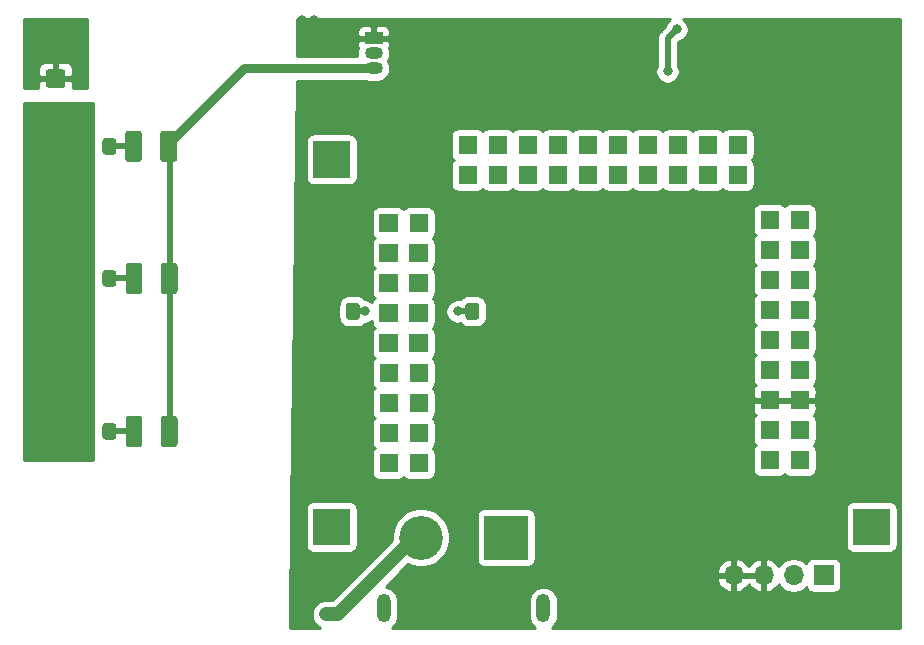
<source format=gbr>
%TF.GenerationSoftware,KiCad,Pcbnew,(5.1.10)-1*%
%TF.CreationDate,2021-10-19T15:45:20+08:00*%
%TF.ProjectId,M1W,4d31572e-6b69-4636-9164-5f7063625858,rev?*%
%TF.SameCoordinates,Original*%
%TF.FileFunction,Copper,L2,Bot*%
%TF.FilePolarity,Positive*%
%FSLAX46Y46*%
G04 Gerber Fmt 4.6, Leading zero omitted, Abs format (unit mm)*
G04 Created by KiCad (PCBNEW (5.1.10)-1) date 2021-10-19 15:45:20*
%MOMM*%
%LPD*%
G01*
G04 APERTURE LIST*
%TA.AperFunction,ComponentPad*%
%ADD10R,1.500000X1.050000*%
%TD*%
%TA.AperFunction,ComponentPad*%
%ADD11O,1.500000X1.050000*%
%TD*%
%TA.AperFunction,ComponentPad*%
%ADD12R,3.716000X3.716000*%
%TD*%
%TA.AperFunction,ComponentPad*%
%ADD13C,3.716000*%
%TD*%
%TA.AperFunction,ComponentPad*%
%ADD14O,1.200000X2.400000*%
%TD*%
%TA.AperFunction,ComponentPad*%
%ADD15O,1.700000X1.700000*%
%TD*%
%TA.AperFunction,ComponentPad*%
%ADD16R,1.700000X1.700000*%
%TD*%
%TA.AperFunction,ComponentPad*%
%ADD17R,1.574800X1.574800*%
%TD*%
%TA.AperFunction,ViaPad*%
%ADD18C,0.800000*%
%TD*%
%TA.AperFunction,ViaPad*%
%ADD19C,1.200000*%
%TD*%
%TA.AperFunction,Conductor*%
%ADD20C,0.800000*%
%TD*%
%TA.AperFunction,Conductor*%
%ADD21C,1.200000*%
%TD*%
%TA.AperFunction,Conductor*%
%ADD22C,0.500000*%
%TD*%
%TA.AperFunction,Conductor*%
%ADD23C,0.254000*%
%TD*%
%TA.AperFunction,Conductor*%
%ADD24C,0.350000*%
%TD*%
%ADD25C,0.350000*%
%ADD26O,0.600000X1.700000*%
G04 APERTURE END LIST*
%TO.P,R3,2*%
%TO.N,+5V*%
%TA.AperFunction,SMDPad,CuDef*%
G36*
G01*
X180194000Y-104197999D02*
X180194000Y-105098001D01*
G75*
G02*
X179944001Y-105348000I-249999J0D01*
G01*
X179243999Y-105348000D01*
G75*
G02*
X178994000Y-105098001I0J249999D01*
G01*
X178994000Y-104197999D01*
G75*
G02*
X179243999Y-103948000I249999J0D01*
G01*
X179944001Y-103948000D01*
G75*
G02*
X180194000Y-104197999I0J-249999D01*
G01*
G37*
%TD.AperFunction*%
%TO.P,R3,1*%
%TO.N,Net-(D3-Pad2)*%
%TA.AperFunction,SMDPad,CuDef*%
G36*
G01*
X182194000Y-104197999D02*
X182194000Y-105098001D01*
G75*
G02*
X181944001Y-105348000I-249999J0D01*
G01*
X181243999Y-105348000D01*
G75*
G02*
X180994000Y-105098001I0J249999D01*
G01*
X180994000Y-104197999D01*
G75*
G02*
X181243999Y-103948000I249999J0D01*
G01*
X181944001Y-103948000D01*
G75*
G02*
X182194000Y-104197999I0J-249999D01*
G01*
G37*
%TD.AperFunction*%
%TD*%
%TO.P,R2,2*%
%TO.N,+5V*%
%TA.AperFunction,SMDPad,CuDef*%
G36*
G01*
X180194000Y-115373999D02*
X180194000Y-116274001D01*
G75*
G02*
X179944001Y-116524000I-249999J0D01*
G01*
X179243999Y-116524000D01*
G75*
G02*
X178994000Y-116274001I0J249999D01*
G01*
X178994000Y-115373999D01*
G75*
G02*
X179243999Y-115124000I249999J0D01*
G01*
X179944001Y-115124000D01*
G75*
G02*
X180194000Y-115373999I0J-249999D01*
G01*
G37*
%TD.AperFunction*%
%TO.P,R2,1*%
%TO.N,Net-(D2-Pad2)*%
%TA.AperFunction,SMDPad,CuDef*%
G36*
G01*
X182194000Y-115373999D02*
X182194000Y-116274001D01*
G75*
G02*
X181944001Y-116524000I-249999J0D01*
G01*
X181243999Y-116524000D01*
G75*
G02*
X180994000Y-116274001I0J249999D01*
G01*
X180994000Y-115373999D01*
G75*
G02*
X181243999Y-115124000I249999J0D01*
G01*
X181944001Y-115124000D01*
G75*
G02*
X182194000Y-115373999I0J-249999D01*
G01*
G37*
%TD.AperFunction*%
%TD*%
%TO.P,R1,2*%
%TO.N,+5V*%
%TA.AperFunction,SMDPad,CuDef*%
G36*
G01*
X180194000Y-128327999D02*
X180194000Y-129228001D01*
G75*
G02*
X179944001Y-129478000I-249999J0D01*
G01*
X179243999Y-129478000D01*
G75*
G02*
X178994000Y-129228001I0J249999D01*
G01*
X178994000Y-128327999D01*
G75*
G02*
X179243999Y-128078000I249999J0D01*
G01*
X179944001Y-128078000D01*
G75*
G02*
X180194000Y-128327999I0J-249999D01*
G01*
G37*
%TD.AperFunction*%
%TO.P,R1,1*%
%TO.N,Net-(D1-Pad2)*%
%TA.AperFunction,SMDPad,CuDef*%
G36*
G01*
X182194000Y-128327999D02*
X182194000Y-129228001D01*
G75*
G02*
X181944001Y-129478000I-249999J0D01*
G01*
X181243999Y-129478000D01*
G75*
G02*
X180994000Y-129228001I0J249999D01*
G01*
X180994000Y-128327999D01*
G75*
G02*
X181243999Y-128078000I249999J0D01*
G01*
X181944001Y-128078000D01*
G75*
G02*
X182194000Y-128327999I0J-249999D01*
G01*
G37*
%TD.AperFunction*%
%TD*%
D10*
%TO.P,Q1,1*%
%TO.N,GND*%
X203962000Y-95504000D03*
D11*
%TO.P,Q1,3*%
%TO.N,Net-(D1-Pad1)*%
X203962000Y-98044000D03*
%TO.P,Q1,2*%
%TO.N,Net-(Q1-Pad2)*%
X203962000Y-96774000D03*
%TD*%
%TO.P,D3,2*%
%TO.N,Net-(D3-Pad2)*%
%TA.AperFunction,SMDPad,CuDef*%
G36*
G01*
X184354500Y-103573000D02*
X184354500Y-105723000D01*
G75*
G02*
X184104500Y-105973000I-250000J0D01*
G01*
X183179500Y-105973000D01*
G75*
G02*
X182929500Y-105723000I0J250000D01*
G01*
X182929500Y-103573000D01*
G75*
G02*
X183179500Y-103323000I250000J0D01*
G01*
X184104500Y-103323000D01*
G75*
G02*
X184354500Y-103573000I0J-250000D01*
G01*
G37*
%TD.AperFunction*%
%TO.P,D3,1*%
%TO.N,Net-(D1-Pad1)*%
%TA.AperFunction,SMDPad,CuDef*%
G36*
G01*
X187329500Y-103573000D02*
X187329500Y-105723000D01*
G75*
G02*
X187079500Y-105973000I-250000J0D01*
G01*
X186154500Y-105973000D01*
G75*
G02*
X185904500Y-105723000I0J250000D01*
G01*
X185904500Y-103573000D01*
G75*
G02*
X186154500Y-103323000I250000J0D01*
G01*
X187079500Y-103323000D01*
G75*
G02*
X187329500Y-103573000I0J-250000D01*
G01*
G37*
%TD.AperFunction*%
%TD*%
%TO.P,D2,2*%
%TO.N,Net-(D2-Pad2)*%
%TA.AperFunction,SMDPad,CuDef*%
G36*
G01*
X184391000Y-114749000D02*
X184391000Y-116899000D01*
G75*
G02*
X184141000Y-117149000I-250000J0D01*
G01*
X183216000Y-117149000D01*
G75*
G02*
X182966000Y-116899000I0J250000D01*
G01*
X182966000Y-114749000D01*
G75*
G02*
X183216000Y-114499000I250000J0D01*
G01*
X184141000Y-114499000D01*
G75*
G02*
X184391000Y-114749000I0J-250000D01*
G01*
G37*
%TD.AperFunction*%
%TO.P,D2,1*%
%TO.N,Net-(D1-Pad1)*%
%TA.AperFunction,SMDPad,CuDef*%
G36*
G01*
X187366000Y-114749000D02*
X187366000Y-116899000D01*
G75*
G02*
X187116000Y-117149000I-250000J0D01*
G01*
X186191000Y-117149000D01*
G75*
G02*
X185941000Y-116899000I0J250000D01*
G01*
X185941000Y-114749000D01*
G75*
G02*
X186191000Y-114499000I250000J0D01*
G01*
X187116000Y-114499000D01*
G75*
G02*
X187366000Y-114749000I0J-250000D01*
G01*
G37*
%TD.AperFunction*%
%TD*%
%TO.P,D1,2*%
%TO.N,Net-(D1-Pad2)*%
%TA.AperFunction,SMDPad,CuDef*%
G36*
G01*
X184391000Y-127703000D02*
X184391000Y-129853000D01*
G75*
G02*
X184141000Y-130103000I-250000J0D01*
G01*
X183216000Y-130103000D01*
G75*
G02*
X182966000Y-129853000I0J250000D01*
G01*
X182966000Y-127703000D01*
G75*
G02*
X183216000Y-127453000I250000J0D01*
G01*
X184141000Y-127453000D01*
G75*
G02*
X184391000Y-127703000I0J-250000D01*
G01*
G37*
%TD.AperFunction*%
%TO.P,D1,1*%
%TO.N,Net-(D1-Pad1)*%
%TA.AperFunction,SMDPad,CuDef*%
G36*
G01*
X187366000Y-127703000D02*
X187366000Y-129853000D01*
G75*
G02*
X187116000Y-130103000I-250000J0D01*
G01*
X186191000Y-130103000D01*
G75*
G02*
X185941000Y-129853000I0J250000D01*
G01*
X185941000Y-127703000D01*
G75*
G02*
X186191000Y-127453000I250000J0D01*
G01*
X187116000Y-127453000D01*
G75*
G02*
X187366000Y-127703000I0J-250000D01*
G01*
G37*
%TD.AperFunction*%
%TD*%
%TO.P,C2,2*%
%TO.N,Key2*%
%TA.AperFunction,SMDPad,CuDef*%
G36*
G01*
X212910000Y-118143000D02*
X212910000Y-119093000D01*
G75*
G02*
X212660000Y-119343000I-250000J0D01*
G01*
X211985000Y-119343000D01*
G75*
G02*
X211735000Y-119093000I0J250000D01*
G01*
X211735000Y-118143000D01*
G75*
G02*
X211985000Y-117893000I250000J0D01*
G01*
X212660000Y-117893000D01*
G75*
G02*
X212910000Y-118143000I0J-250000D01*
G01*
G37*
%TD.AperFunction*%
%TO.P,C2,1*%
%TO.N,GND*%
%TA.AperFunction,SMDPad,CuDef*%
G36*
G01*
X214985000Y-118143000D02*
X214985000Y-119093000D01*
G75*
G02*
X214735000Y-119343000I-250000J0D01*
G01*
X214060000Y-119343000D01*
G75*
G02*
X213810000Y-119093000I0J250000D01*
G01*
X213810000Y-118143000D01*
G75*
G02*
X214060000Y-117893000I250000J0D01*
G01*
X214735000Y-117893000D01*
G75*
G02*
X214985000Y-118143000I0J-250000D01*
G01*
G37*
%TD.AperFunction*%
%TD*%
%TO.P,C1,2*%
%TO.N,Key1*%
%TA.AperFunction,SMDPad,CuDef*%
G36*
G01*
X201618000Y-119093000D02*
X201618000Y-118143000D01*
G75*
G02*
X201868000Y-117893000I250000J0D01*
G01*
X202543000Y-117893000D01*
G75*
G02*
X202793000Y-118143000I0J-250000D01*
G01*
X202793000Y-119093000D01*
G75*
G02*
X202543000Y-119343000I-250000J0D01*
G01*
X201868000Y-119343000D01*
G75*
G02*
X201618000Y-119093000I0J250000D01*
G01*
G37*
%TD.AperFunction*%
%TO.P,C1,1*%
%TO.N,GND*%
%TA.AperFunction,SMDPad,CuDef*%
G36*
G01*
X199543000Y-119093000D02*
X199543000Y-118143000D01*
G75*
G02*
X199793000Y-117893000I250000J0D01*
G01*
X200468000Y-117893000D01*
G75*
G02*
X200718000Y-118143000I0J-250000D01*
G01*
X200718000Y-119093000D01*
G75*
G02*
X200468000Y-119343000I-250000J0D01*
G01*
X199793000Y-119343000D01*
G75*
G02*
X199543000Y-119093000I0J250000D01*
G01*
G37*
%TD.AperFunction*%
%TD*%
D12*
%TO.P,J1,1*%
%TO.N,Net-(J1-Pad1)*%
X215182000Y-137764000D03*
D13*
%TO.P,J1,2*%
%TO.N,Net-(J1-Pad2)*%
X207982000Y-137764000D03*
D14*
%TO.P,J1,S1*%
%TO.N,N/C*%
X218332000Y-143764000D03*
%TO.P,J1,S2*%
X204832000Y-143764000D03*
%TD*%
D15*
%TO.P,H1,4*%
%TO.N,GND*%
X234442000Y-140970000D03*
%TO.P,H1,3*%
X236982000Y-140970000D03*
%TO.P,H1,2*%
%TO.N,+5V*%
X239522000Y-140970000D03*
D16*
%TO.P,H1,1*%
X242062000Y-140970000D03*
%TD*%
%TO.P,FU1,2*%
%TO.N,+5V*%
%TA.AperFunction,SMDPad,CuDef*%
G36*
G01*
X176463000Y-100955000D02*
X177613000Y-100955000D01*
G75*
G02*
X177863000Y-101205000I0J-250000D01*
G01*
X177863000Y-102305000D01*
G75*
G02*
X177613000Y-102555000I-250000J0D01*
G01*
X176463000Y-102555000D01*
G75*
G02*
X176213000Y-102305000I0J250000D01*
G01*
X176213000Y-101205000D01*
G75*
G02*
X176463000Y-100955000I250000J0D01*
G01*
G37*
%TD.AperFunction*%
%TO.P,FU1,1*%
%TO.N,Net-(FU1-Pad1)*%
%TA.AperFunction,SMDPad,CuDef*%
G36*
G01*
X176463000Y-98105000D02*
X177613000Y-98105000D01*
G75*
G02*
X177863000Y-98355000I0J-250000D01*
G01*
X177863000Y-99455000D01*
G75*
G02*
X177613000Y-99705000I-250000J0D01*
G01*
X176463000Y-99705000D01*
G75*
G02*
X176213000Y-99455000I0J250000D01*
G01*
X176213000Y-98355000D01*
G75*
G02*
X176463000Y-98105000I250000J0D01*
G01*
G37*
%TD.AperFunction*%
%TD*%
D17*
%TO.P,MAIN1,34*%
%TO.N,N/C*%
X234796641Y-104530201D03*
%TO.P,MAIN1,35*%
X234796641Y-107070201D03*
%TO.P,MAIN1,28*%
%TO.N,RGB5050-G*%
X227176641Y-104530201D03*
%TO.P,MAIN1,23*%
%TO.N,N/C*%
X219556641Y-107070201D03*
%TO.P,MAIN1,21*%
X217016641Y-107070201D03*
%TO.P,MAIN1,56*%
X211936641Y-107070201D03*
%TO.P,MAIN1,57*%
X211936641Y-104530201D03*
%TO.P,MAIN1,18*%
X214476641Y-104530201D03*
%TO.P,MAIN1,20*%
X217016641Y-104530201D03*
%TO.P,MAIN1,30*%
X229716641Y-104530201D03*
%TO.P,MAIN1,24*%
X222096641Y-104530201D03*
%TO.P,MAIN1,27*%
%TO.N,RGB5050-R*%
X224636641Y-107070201D03*
%TO.P,MAIN1,29*%
%TO.N,RGB5050-B*%
X227176641Y-107070201D03*
%TO.P,MAIN1,32*%
%TO.N,N/C*%
X232256641Y-104530201D03*
%TO.P,MAIN1,26*%
%TO.N,IO8_LED*%
X224636641Y-104530201D03*
%TO.P,MAIN1,19*%
%TO.N,N/C*%
X214476641Y-107070201D03*
%TO.P,MAIN1,22*%
X219556641Y-104530201D03*
%TO.P,MAIN1,33*%
X232256641Y-107070201D03*
%TO.P,MAIN1,25*%
X222096641Y-107070201D03*
%TO.P,MAIN1,31*%
X229716641Y-107070201D03*
%TO.P,MAIN1,39*%
X240039201Y-113430361D03*
%TO.P,MAIN1,45*%
X240039201Y-121050361D03*
%TO.P,MAIN1,46*%
X237499201Y-123590361D03*
%TO.P,MAIN1,37*%
X240039201Y-110890361D03*
%TO.P,MAIN1,42*%
X237499201Y-118510361D03*
%TO.P,MAIN1,41*%
X240039201Y-115970361D03*
%TO.P,MAIN1,43*%
X240039201Y-118510361D03*
%TO.P,MAIN1,36*%
X237499201Y-110890361D03*
%TO.P,MAIN1,47*%
X240039201Y-123590361D03*
%TO.P,MAIN1,44*%
X237499201Y-121050361D03*
%TO.P,MAIN1,40*%
X237499201Y-115970361D03*
%TO.P,MAIN1,38*%
X237499201Y-113430361D03*
%TO.P,MAIN1,4*%
X205241201Y-126384361D03*
%TO.P,MAIN1,5*%
X207781201Y-126384361D03*
%TO.P,MAIN1,0*%
X205241201Y-131464361D03*
%TO.P,MAIN1,1*%
X207781201Y-131464361D03*
%TO.P,MAIN1,2*%
X205241201Y-128924361D03*
%TO.P,MAIN1,3*%
X207781201Y-128924361D03*
%TO.P,MAIN1,*%
%TO.N,*%
%TA.AperFunction,WasherPad*%
G36*
G01*
X198865191Y-138414411D02*
X198865191Y-135314391D01*
X201965211Y-135314391D01*
X201965211Y-138414411D01*
X198865191Y-138414411D01*
G37*
%TD.AperFunction*%
%TA.AperFunction,WasherPad*%
G36*
G01*
X244585191Y-138414411D02*
X244585191Y-135314391D01*
X247685211Y-135314391D01*
X247685211Y-138414411D01*
X244585191Y-138414411D01*
G37*
%TD.AperFunction*%
%TA.AperFunction,WasherPad*%
G36*
G01*
X198865191Y-107294331D02*
X198865191Y-104194311D01*
X201965211Y-104194311D01*
X201965211Y-107294331D01*
X198865191Y-107294331D01*
G37*
%TD.AperFunction*%
%TO.P,MAIN1,17*%
%TO.N,N/C*%
X207781201Y-111144361D03*
%TO.P,MAIN1,16*%
%TA.AperFunction,ComponentPad*%
G36*
G01*
X204453801Y-110356961D02*
X206028601Y-110356961D01*
X206028601Y-111931761D01*
X204453801Y-111931761D01*
X204453801Y-110356961D01*
G37*
%TD.AperFunction*%
%TO.P,MAIN1,15*%
%TA.AperFunction,ComponentPad*%
G36*
G01*
X206993801Y-112896961D02*
X208568601Y-112896961D01*
X208568601Y-114471761D01*
X206993801Y-114471761D01*
X206993801Y-112896961D01*
G37*
%TD.AperFunction*%
%TO.P,MAIN1,14*%
%TA.AperFunction,ComponentPad*%
G36*
G01*
X204453801Y-112896961D02*
X206028601Y-112896961D01*
X206028601Y-114471761D01*
X204453801Y-114471761D01*
X204453801Y-112896961D01*
G37*
%TD.AperFunction*%
%TO.P,MAIN1,13*%
%TA.AperFunction,ComponentPad*%
G36*
G01*
X206993801Y-115436961D02*
X208568601Y-115436961D01*
X208568601Y-117011761D01*
X206993801Y-117011761D01*
X206993801Y-115436961D01*
G37*
%TD.AperFunction*%
%TO.P,MAIN1,12*%
%TA.AperFunction,ComponentPad*%
G36*
G01*
X204453801Y-115436961D02*
X206028601Y-115436961D01*
X206028601Y-117011761D01*
X204453801Y-117011761D01*
X204453801Y-115436961D01*
G37*
%TD.AperFunction*%
%TO.P,MAIN1,11*%
%TO.N,Key2*%
%TA.AperFunction,ComponentPad*%
G36*
G01*
X206993801Y-117976961D02*
X208568601Y-117976961D01*
X208568601Y-119551761D01*
X206993801Y-119551761D01*
X206993801Y-117976961D01*
G37*
%TD.AperFunction*%
%TO.P,MAIN1,10*%
%TO.N,Key1*%
%TA.AperFunction,ComponentPad*%
G36*
G01*
X204453801Y-117976961D02*
X206028601Y-117976961D01*
X206028601Y-119551761D01*
X204453801Y-119551761D01*
X204453801Y-117976961D01*
G37*
%TD.AperFunction*%
%TO.P,MAIN1,9*%
%TO.N,N/C*%
%TA.AperFunction,ComponentPad*%
G36*
G01*
X206993801Y-120516961D02*
X208568601Y-120516961D01*
X208568601Y-122091761D01*
X206993801Y-122091761D01*
X206993801Y-120516961D01*
G37*
%TD.AperFunction*%
%TO.P,MAIN1,8*%
%TA.AperFunction,ComponentPad*%
G36*
G01*
X204453801Y-120516961D02*
X206028601Y-120516961D01*
X206028601Y-122091761D01*
X204453801Y-122091761D01*
X204453801Y-120516961D01*
G37*
%TD.AperFunction*%
%TO.P,MAIN1,7*%
X207781201Y-123844361D03*
%TO.P,MAIN1,6*%
X205241201Y-123844361D03*
%TO.P,MAIN1,51*%
X237499201Y-131210361D03*
%TO.P,MAIN1,50*%
X240039201Y-131210361D03*
%TO.P,MAIN1,52*%
%TO.N,+5V*%
X237499201Y-128670361D03*
%TO.P,MAIN1,53*%
%TO.N,N/C*%
X240039201Y-128670361D03*
%TO.P,MAIN1,54*%
%TO.N,GND*%
X237499201Y-126130361D03*
%TO.P,MAIN1,55*%
X240039201Y-126130361D03*
%TD*%
D18*
%TO.N,+5V*%
X179578000Y-130810000D03*
X179578000Y-101600000D03*
X175260000Y-130810000D03*
X177292000Y-130810000D03*
%TO.N,GND*%
X197866000Y-93980000D03*
X197866000Y-94996000D03*
X197866000Y-96012000D03*
X198882000Y-93980000D03*
X198882000Y-94996000D03*
X198882000Y-96012000D03*
X213106000Y-100076000D03*
X215392000Y-97028000D03*
X213868000Y-100838000D03*
X216154000Y-97790000D03*
%TO.N,Net-(FU1-Pad1)*%
X178816000Y-95504000D03*
X178816000Y-94488000D03*
X178816000Y-96520000D03*
X178816000Y-97536000D03*
X178816000Y-98552000D03*
X175006000Y-98044000D03*
X175006000Y-99060000D03*
D19*
%TO.N,Net-(J1-Pad2)*%
X199950000Y-144272000D03*
D18*
%TO.N,Key2*%
X211074000Y-118618000D03*
%TO.N,Key1*%
X203200000Y-118618000D03*
%TO.N,Net-(D4-Pad1)*%
X228854000Y-98298000D03*
X229616000Y-94742000D03*
%TD*%
D20*
%TO.N,+5V*%
X179594000Y-104311000D02*
X177038000Y-101755000D01*
D21*
%TO.N,Net-(J1-Pad2)*%
X200914000Y-144272000D02*
X199950000Y-144272000D01*
X207422000Y-137764000D02*
X200914000Y-144272000D01*
X207982000Y-137764000D02*
X207422000Y-137764000D01*
D22*
%TO.N,Key2*%
X212322500Y-118618000D02*
X211074000Y-118618000D01*
%TO.N,Key1*%
X202205500Y-118618000D02*
X203200000Y-118618000D01*
%TO.N,Net-(D1-Pad2)*%
X181594000Y-128778000D02*
X183424500Y-128778000D01*
D20*
%TO.N,Net-(D1-Pad1)*%
X186363000Y-104648000D02*
X192967000Y-98044000D01*
X192967000Y-98044000D02*
X203708000Y-98044000D01*
D22*
X186690000Y-128487500D02*
X186399500Y-128778000D01*
X186690000Y-104975000D02*
X186690000Y-128487500D01*
X186363000Y-104648000D02*
X186690000Y-104975000D01*
%TO.N,Net-(D2-Pad2)*%
X181594000Y-115824000D02*
X183424500Y-115824000D01*
%TO.N,Net-(D3-Pad2)*%
X181594000Y-104648000D02*
X183388000Y-104648000D01*
%TO.N,Net-(D4-Pad1)*%
X228854000Y-95504000D02*
X229616000Y-94742000D01*
X228854000Y-98298000D02*
X228854000Y-95504000D01*
%TD*%
D23*
%TO.N,Net-(FU1-Pad1)*%
X179705000Y-99695000D02*
X178501012Y-99695000D01*
X178498000Y-99190750D01*
X178339250Y-99032000D01*
X177165000Y-99032000D01*
X177165000Y-99052000D01*
X176911000Y-99052000D01*
X176911000Y-99032000D01*
X175736750Y-99032000D01*
X175578000Y-99190750D01*
X175574988Y-99695000D01*
X174371000Y-99695000D01*
X174371000Y-98105000D01*
X175574928Y-98105000D01*
X175578000Y-98619250D01*
X175736750Y-98778000D01*
X176911000Y-98778000D01*
X176911000Y-97628750D01*
X177165000Y-97628750D01*
X177165000Y-98778000D01*
X178339250Y-98778000D01*
X178498000Y-98619250D01*
X178501072Y-98105000D01*
X178488812Y-97980518D01*
X178452502Y-97860820D01*
X178393537Y-97750506D01*
X178314185Y-97653815D01*
X178217494Y-97574463D01*
X178107180Y-97515498D01*
X177987482Y-97479188D01*
X177863000Y-97466928D01*
X177323750Y-97470000D01*
X177165000Y-97628750D01*
X176911000Y-97628750D01*
X176752250Y-97470000D01*
X176213000Y-97466928D01*
X176088518Y-97479188D01*
X175968820Y-97515498D01*
X175858506Y-97574463D01*
X175761815Y-97653815D01*
X175682463Y-97750506D01*
X175623498Y-97860820D01*
X175587188Y-97980518D01*
X175574928Y-98105000D01*
X174371000Y-98105000D01*
X174371000Y-93878000D01*
X179705000Y-93878000D01*
X179705000Y-99695000D01*
%TA.AperFunction,Conductor*%
D24*
G36*
X179705000Y-99695000D02*
G01*
X178501012Y-99695000D01*
X178498000Y-99190750D01*
X178339250Y-99032000D01*
X177165000Y-99032000D01*
X177165000Y-99052000D01*
X176911000Y-99052000D01*
X176911000Y-99032000D01*
X175736750Y-99032000D01*
X175578000Y-99190750D01*
X175574988Y-99695000D01*
X174371000Y-99695000D01*
X174371000Y-98105000D01*
X175574928Y-98105000D01*
X175578000Y-98619250D01*
X175736750Y-98778000D01*
X176911000Y-98778000D01*
X176911000Y-97628750D01*
X177165000Y-97628750D01*
X177165000Y-98778000D01*
X178339250Y-98778000D01*
X178498000Y-98619250D01*
X178501072Y-98105000D01*
X178488812Y-97980518D01*
X178452502Y-97860820D01*
X178393537Y-97750506D01*
X178314185Y-97653815D01*
X178217494Y-97574463D01*
X178107180Y-97515498D01*
X177987482Y-97479188D01*
X177863000Y-97466928D01*
X177323750Y-97470000D01*
X177165000Y-97628750D01*
X176911000Y-97628750D01*
X176752250Y-97470000D01*
X176213000Y-97466928D01*
X176088518Y-97479188D01*
X175968820Y-97515498D01*
X175858506Y-97574463D01*
X175761815Y-97653815D01*
X175682463Y-97750506D01*
X175623498Y-97860820D01*
X175587188Y-97980518D01*
X175574928Y-98105000D01*
X174371000Y-98105000D01*
X174371000Y-93878000D01*
X179705000Y-93878000D01*
X179705000Y-99695000D01*
G37*
%TD.AperFunction*%
%TD*%
D23*
%TO.N,+5V*%
X180213000Y-131191000D02*
X174371000Y-131191000D01*
X174371000Y-100965000D01*
X180213000Y-100965000D01*
X180213000Y-131191000D01*
%TA.AperFunction,Conductor*%
D24*
G36*
X180213000Y-131191000D02*
G01*
X174371000Y-131191000D01*
X174371000Y-100965000D01*
X180213000Y-100965000D01*
X180213000Y-131191000D01*
G37*
%TD.AperFunction*%
%TD*%
D23*
%TO.N,GND*%
X228956226Y-93938063D02*
X228812063Y-94082226D01*
X228698795Y-94251744D01*
X228620774Y-94440102D01*
X228609465Y-94496956D01*
X228258951Y-94847471D01*
X228225184Y-94875183D01*
X228197471Y-94908951D01*
X228197468Y-94908954D01*
X228114590Y-95009941D01*
X228032412Y-95163687D01*
X227981805Y-95330510D01*
X227964719Y-95504000D01*
X227969001Y-95547479D01*
X227969000Y-97759545D01*
X227936795Y-97807744D01*
X227858774Y-97996102D01*
X227819000Y-98196061D01*
X227819000Y-98399939D01*
X227858774Y-98599898D01*
X227936795Y-98788256D01*
X228050063Y-98957774D01*
X228194226Y-99101937D01*
X228363744Y-99215205D01*
X228552102Y-99293226D01*
X228752061Y-99333000D01*
X228955939Y-99333000D01*
X229155898Y-99293226D01*
X229344256Y-99215205D01*
X229513774Y-99101937D01*
X229657937Y-98957774D01*
X229771205Y-98788256D01*
X229849226Y-98599898D01*
X229889000Y-98399939D01*
X229889000Y-98196061D01*
X229849226Y-97996102D01*
X229771205Y-97807744D01*
X229739000Y-97759546D01*
X229739000Y-95870578D01*
X229861044Y-95748535D01*
X229917898Y-95737226D01*
X230106256Y-95659205D01*
X230275774Y-95545937D01*
X230419937Y-95401774D01*
X230533205Y-95232256D01*
X230611226Y-95043898D01*
X230651000Y-94843939D01*
X230651000Y-94640061D01*
X230611226Y-94440102D01*
X230533205Y-94251744D01*
X230419937Y-94082226D01*
X230275774Y-93938063D01*
X230185883Y-93878000D01*
X248514000Y-93878000D01*
X248514001Y-145390000D01*
X219028556Y-145390000D01*
X219209502Y-145241502D01*
X219363833Y-145053449D01*
X219478511Y-144838901D01*
X219549130Y-144606102D01*
X219567000Y-144424665D01*
X219567000Y-143103335D01*
X219549130Y-142921898D01*
X219478511Y-142689099D01*
X219363833Y-142474551D01*
X219209502Y-142286498D01*
X219021449Y-142132167D01*
X218806901Y-142017489D01*
X218574102Y-141946870D01*
X218332000Y-141923025D01*
X218089899Y-141946870D01*
X217857100Y-142017489D01*
X217642552Y-142132167D01*
X217454499Y-142286498D01*
X217300168Y-142474551D01*
X217185489Y-142689099D01*
X217114870Y-142921898D01*
X217097000Y-143103335D01*
X217097000Y-144424664D01*
X217114870Y-144606101D01*
X217185489Y-144838900D01*
X217300167Y-145053448D01*
X217454498Y-145241502D01*
X217635443Y-145390000D01*
X205528556Y-145390000D01*
X205709502Y-145241502D01*
X205863833Y-145053449D01*
X205978511Y-144838901D01*
X206049130Y-144606102D01*
X206067000Y-144424665D01*
X206067000Y-143103335D01*
X206049130Y-142921898D01*
X205978511Y-142689099D01*
X205863833Y-142474551D01*
X205709502Y-142286498D01*
X205521449Y-142132167D01*
X205306901Y-142017489D01*
X205074102Y-141946870D01*
X204993611Y-141938942D01*
X205605662Y-141326891D01*
X233000519Y-141326891D01*
X233097843Y-141601252D01*
X233246822Y-141851355D01*
X233441731Y-142067588D01*
X233675080Y-142241641D01*
X233937901Y-142366825D01*
X234085110Y-142411476D01*
X234315000Y-142290155D01*
X234315000Y-141097000D01*
X234569000Y-141097000D01*
X234569000Y-142290155D01*
X234798890Y-142411476D01*
X234946099Y-142366825D01*
X235208920Y-142241641D01*
X235442269Y-142067588D01*
X235637178Y-141851355D01*
X235712000Y-141725745D01*
X235786822Y-141851355D01*
X235981731Y-142067588D01*
X236215080Y-142241641D01*
X236477901Y-142366825D01*
X236625110Y-142411476D01*
X236855000Y-142290155D01*
X236855000Y-141097000D01*
X234569000Y-141097000D01*
X234315000Y-141097000D01*
X233121186Y-141097000D01*
X233000519Y-141326891D01*
X205605662Y-141326891D01*
X206319444Y-140613109D01*
X233000519Y-140613109D01*
X233121186Y-140843000D01*
X234315000Y-140843000D01*
X234315000Y-139649845D01*
X234569000Y-139649845D01*
X234569000Y-140843000D01*
X236855000Y-140843000D01*
X236855000Y-139649845D01*
X237109000Y-139649845D01*
X237109000Y-140843000D01*
X237129000Y-140843000D01*
X237129000Y-141097000D01*
X237109000Y-141097000D01*
X237109000Y-142290155D01*
X237338890Y-142411476D01*
X237486099Y-142366825D01*
X237748920Y-142241641D01*
X237982269Y-142067588D01*
X238177178Y-141851355D01*
X238246805Y-141734466D01*
X238368525Y-141916632D01*
X238575368Y-142123475D01*
X238818589Y-142285990D01*
X239088842Y-142397932D01*
X239375740Y-142455000D01*
X239668260Y-142455000D01*
X239955158Y-142397932D01*
X240225411Y-142285990D01*
X240468632Y-142123475D01*
X240600487Y-141991620D01*
X240622498Y-142064180D01*
X240681463Y-142174494D01*
X240760815Y-142271185D01*
X240857506Y-142350537D01*
X240967820Y-142409502D01*
X241087518Y-142445812D01*
X241212000Y-142458072D01*
X242912000Y-142458072D01*
X243036482Y-142445812D01*
X243156180Y-142409502D01*
X243266494Y-142350537D01*
X243363185Y-142271185D01*
X243442537Y-142174494D01*
X243501502Y-142064180D01*
X243537812Y-141944482D01*
X243550072Y-141820000D01*
X243550072Y-140120000D01*
X243537812Y-139995518D01*
X243501502Y-139875820D01*
X243442537Y-139765506D01*
X243363185Y-139668815D01*
X243266494Y-139589463D01*
X243156180Y-139530498D01*
X243036482Y-139494188D01*
X242912000Y-139481928D01*
X241212000Y-139481928D01*
X241087518Y-139494188D01*
X240967820Y-139530498D01*
X240857506Y-139589463D01*
X240760815Y-139668815D01*
X240681463Y-139765506D01*
X240622498Y-139875820D01*
X240600487Y-139948380D01*
X240468632Y-139816525D01*
X240225411Y-139654010D01*
X239955158Y-139542068D01*
X239668260Y-139485000D01*
X239375740Y-139485000D01*
X239088842Y-139542068D01*
X238818589Y-139654010D01*
X238575368Y-139816525D01*
X238368525Y-140023368D01*
X238246805Y-140205534D01*
X238177178Y-140088645D01*
X237982269Y-139872412D01*
X237748920Y-139698359D01*
X237486099Y-139573175D01*
X237338890Y-139528524D01*
X237109000Y-139649845D01*
X236855000Y-139649845D01*
X236625110Y-139528524D01*
X236477901Y-139573175D01*
X236215080Y-139698359D01*
X235981731Y-139872412D01*
X235786822Y-140088645D01*
X235712000Y-140214255D01*
X235637178Y-140088645D01*
X235442269Y-139872412D01*
X235208920Y-139698359D01*
X234946099Y-139573175D01*
X234798890Y-139528524D01*
X234569000Y-139649845D01*
X234315000Y-139649845D01*
X234085110Y-139528524D01*
X233937901Y-139573175D01*
X233675080Y-139698359D01*
X233441731Y-139872412D01*
X233246822Y-140088645D01*
X233097843Y-140338748D01*
X233000519Y-140613109D01*
X206319444Y-140613109D01*
X206912960Y-140019593D01*
X207254819Y-140161196D01*
X207736461Y-140257000D01*
X208227539Y-140257000D01*
X208709181Y-140161196D01*
X209162879Y-139973268D01*
X209571195Y-139700440D01*
X209918440Y-139353195D01*
X210191268Y-138944879D01*
X210379196Y-138491181D01*
X210475000Y-138009539D01*
X210475000Y-137518461D01*
X210379196Y-137036819D01*
X210191268Y-136583121D01*
X209918440Y-136174805D01*
X209649635Y-135906000D01*
X212685928Y-135906000D01*
X212685928Y-139622000D01*
X212698188Y-139746482D01*
X212734498Y-139866180D01*
X212793463Y-139976494D01*
X212872815Y-140073185D01*
X212969506Y-140152537D01*
X213079820Y-140211502D01*
X213199518Y-140247812D01*
X213324000Y-140260072D01*
X217040000Y-140260072D01*
X217164482Y-140247812D01*
X217284180Y-140211502D01*
X217394494Y-140152537D01*
X217491185Y-140073185D01*
X217570537Y-139976494D01*
X217629502Y-139866180D01*
X217665812Y-139746482D01*
X217678072Y-139622000D01*
X217678072Y-135906000D01*
X217665812Y-135781518D01*
X217629502Y-135661820D01*
X217570537Y-135551506D01*
X217491185Y-135454815D01*
X217394494Y-135375463D01*
X217284180Y-135316498D01*
X217277235Y-135314391D01*
X243947119Y-135314391D01*
X243947119Y-138414411D01*
X243959379Y-138538893D01*
X243995689Y-138658591D01*
X244054654Y-138768905D01*
X244134006Y-138865596D01*
X244230697Y-138944948D01*
X244341011Y-139003913D01*
X244460709Y-139040223D01*
X244585191Y-139052483D01*
X247685211Y-139052483D01*
X247809693Y-139040223D01*
X247929391Y-139003913D01*
X248039705Y-138944948D01*
X248136396Y-138865596D01*
X248215748Y-138768905D01*
X248274713Y-138658591D01*
X248311023Y-138538893D01*
X248323283Y-138414411D01*
X248323283Y-135314391D01*
X248311023Y-135189909D01*
X248274713Y-135070211D01*
X248215748Y-134959897D01*
X248136396Y-134863206D01*
X248039705Y-134783854D01*
X247929391Y-134724889D01*
X247809693Y-134688579D01*
X247685211Y-134676319D01*
X244585191Y-134676319D01*
X244460709Y-134688579D01*
X244341011Y-134724889D01*
X244230697Y-134783854D01*
X244134006Y-134863206D01*
X244054654Y-134959897D01*
X243995689Y-135070211D01*
X243959379Y-135189909D01*
X243947119Y-135314391D01*
X217277235Y-135314391D01*
X217164482Y-135280188D01*
X217040000Y-135267928D01*
X213324000Y-135267928D01*
X213199518Y-135280188D01*
X213079820Y-135316498D01*
X212969506Y-135375463D01*
X212872815Y-135454815D01*
X212793463Y-135551506D01*
X212734498Y-135661820D01*
X212698188Y-135781518D01*
X212685928Y-135906000D01*
X209649635Y-135906000D01*
X209571195Y-135827560D01*
X209162879Y-135554732D01*
X208709181Y-135366804D01*
X208227539Y-135271000D01*
X207736461Y-135271000D01*
X207254819Y-135366804D01*
X206801121Y-135554732D01*
X206392805Y-135827560D01*
X206045560Y-136174805D01*
X205772732Y-136583121D01*
X205584804Y-137036819D01*
X205489000Y-137518461D01*
X205489000Y-137950446D01*
X200402447Y-143037000D01*
X199828363Y-143037000D01*
X199768562Y-143048895D01*
X199707898Y-143054870D01*
X199649567Y-143072564D01*
X199589764Y-143084460D01*
X199533429Y-143107795D01*
X199475099Y-143125489D01*
X199421342Y-143154223D01*
X199365008Y-143177557D01*
X199314311Y-143211432D01*
X199260551Y-143240167D01*
X199213429Y-143278839D01*
X199162733Y-143312713D01*
X199119620Y-143355826D01*
X199072498Y-143394498D01*
X199033826Y-143441620D01*
X198990713Y-143484733D01*
X198956839Y-143535429D01*
X198918167Y-143582551D01*
X198889432Y-143636311D01*
X198855557Y-143687008D01*
X198832223Y-143743342D01*
X198803489Y-143797099D01*
X198785795Y-143855429D01*
X198762460Y-143911764D01*
X198750564Y-143971567D01*
X198732870Y-144029898D01*
X198726895Y-144090562D01*
X198715000Y-144150363D01*
X198715000Y-144211335D01*
X198709025Y-144272000D01*
X198715000Y-144332665D01*
X198715000Y-144393637D01*
X198726895Y-144453438D01*
X198732870Y-144514102D01*
X198750564Y-144572433D01*
X198762460Y-144632236D01*
X198785795Y-144688571D01*
X198803489Y-144746901D01*
X198832223Y-144800658D01*
X198855557Y-144856992D01*
X198889432Y-144907689D01*
X198918167Y-144961449D01*
X198956839Y-145008571D01*
X198990713Y-145059267D01*
X199033826Y-145102380D01*
X199072498Y-145149502D01*
X199119619Y-145188173D01*
X199162733Y-145231287D01*
X199213429Y-145265161D01*
X199260551Y-145303833D01*
X199314311Y-145332568D01*
X199365008Y-145366443D01*
X199421342Y-145389777D01*
X199421759Y-145390000D01*
X196859922Y-145390000D01*
X196986818Y-135314391D01*
X198227119Y-135314391D01*
X198227119Y-138414411D01*
X198239379Y-138538893D01*
X198275689Y-138658591D01*
X198334654Y-138768905D01*
X198414006Y-138865596D01*
X198510697Y-138944948D01*
X198621011Y-139003913D01*
X198740709Y-139040223D01*
X198865191Y-139052483D01*
X201965211Y-139052483D01*
X202089693Y-139040223D01*
X202209391Y-139003913D01*
X202319705Y-138944948D01*
X202416396Y-138865596D01*
X202495748Y-138768905D01*
X202554713Y-138658591D01*
X202591023Y-138538893D01*
X202603283Y-138414411D01*
X202603283Y-135314391D01*
X202591023Y-135189909D01*
X202554713Y-135070211D01*
X202495748Y-134959897D01*
X202416396Y-134863206D01*
X202319705Y-134783854D01*
X202209391Y-134724889D01*
X202089693Y-134688579D01*
X201965211Y-134676319D01*
X198865191Y-134676319D01*
X198740709Y-134688579D01*
X198621011Y-134724889D01*
X198510697Y-134783854D01*
X198414006Y-134863206D01*
X198334654Y-134959897D01*
X198275689Y-135070211D01*
X198239379Y-135189909D01*
X198227119Y-135314391D01*
X196986818Y-135314391D01*
X197203082Y-118143000D01*
X200979928Y-118143000D01*
X200979928Y-119093000D01*
X200996992Y-119266254D01*
X201047528Y-119432850D01*
X201129595Y-119586386D01*
X201240038Y-119720962D01*
X201374614Y-119831405D01*
X201528150Y-119913472D01*
X201694746Y-119964008D01*
X201868000Y-119981072D01*
X202543000Y-119981072D01*
X202716254Y-119964008D01*
X202882850Y-119913472D01*
X203036386Y-119831405D01*
X203170962Y-119720962D01*
X203226737Y-119653000D01*
X203301939Y-119653000D01*
X203501898Y-119613226D01*
X203690256Y-119535205D01*
X203815729Y-119451367D01*
X203815729Y-119551761D01*
X203827989Y-119676243D01*
X203864299Y-119795941D01*
X203923264Y-119906255D01*
X204002616Y-120002946D01*
X204040895Y-120034361D01*
X204002616Y-120065776D01*
X203923264Y-120162467D01*
X203864299Y-120272781D01*
X203827989Y-120392479D01*
X203815729Y-120516961D01*
X203815729Y-122091761D01*
X203827989Y-122216243D01*
X203864299Y-122335941D01*
X203923264Y-122446255D01*
X204002616Y-122542946D01*
X204040895Y-122574361D01*
X204002616Y-122605776D01*
X203923264Y-122702467D01*
X203864299Y-122812781D01*
X203827989Y-122932479D01*
X203815729Y-123056961D01*
X203815729Y-124631761D01*
X203827989Y-124756243D01*
X203864299Y-124875941D01*
X203923264Y-124986255D01*
X204002616Y-125082946D01*
X204040895Y-125114361D01*
X204002616Y-125145776D01*
X203923264Y-125242467D01*
X203864299Y-125352781D01*
X203827989Y-125472479D01*
X203815729Y-125596961D01*
X203815729Y-127171761D01*
X203827989Y-127296243D01*
X203864299Y-127415941D01*
X203923264Y-127526255D01*
X204002616Y-127622946D01*
X204040895Y-127654361D01*
X204002616Y-127685776D01*
X203923264Y-127782467D01*
X203864299Y-127892781D01*
X203827989Y-128012479D01*
X203815729Y-128136961D01*
X203815729Y-129711761D01*
X203827989Y-129836243D01*
X203864299Y-129955941D01*
X203923264Y-130066255D01*
X204002616Y-130162946D01*
X204040895Y-130194361D01*
X204002616Y-130225776D01*
X203923264Y-130322467D01*
X203864299Y-130432781D01*
X203827989Y-130552479D01*
X203815729Y-130676961D01*
X203815729Y-132251761D01*
X203827989Y-132376243D01*
X203864299Y-132495941D01*
X203923264Y-132606255D01*
X204002616Y-132702946D01*
X204099307Y-132782298D01*
X204209621Y-132841263D01*
X204329319Y-132877573D01*
X204453801Y-132889833D01*
X206028601Y-132889833D01*
X206153083Y-132877573D01*
X206272781Y-132841263D01*
X206383095Y-132782298D01*
X206479786Y-132702946D01*
X206511201Y-132664667D01*
X206542616Y-132702946D01*
X206639307Y-132782298D01*
X206749621Y-132841263D01*
X206869319Y-132877573D01*
X206993801Y-132889833D01*
X208568601Y-132889833D01*
X208693083Y-132877573D01*
X208812781Y-132841263D01*
X208923095Y-132782298D01*
X209019786Y-132702946D01*
X209099138Y-132606255D01*
X209158103Y-132495941D01*
X209194413Y-132376243D01*
X209206673Y-132251761D01*
X209206673Y-130676961D01*
X209194413Y-130552479D01*
X209158103Y-130432781D01*
X209099138Y-130322467D01*
X209019786Y-130225776D01*
X208981507Y-130194361D01*
X209019786Y-130162946D01*
X209099138Y-130066255D01*
X209158103Y-129955941D01*
X209194413Y-129836243D01*
X209206673Y-129711761D01*
X209206673Y-128136961D01*
X209194413Y-128012479D01*
X209158103Y-127892781D01*
X209099138Y-127782467D01*
X209019786Y-127685776D01*
X208981507Y-127654361D01*
X209019786Y-127622946D01*
X209099138Y-127526255D01*
X209158103Y-127415941D01*
X209194413Y-127296243D01*
X209206673Y-127171761D01*
X209206673Y-126917761D01*
X236073729Y-126917761D01*
X236085989Y-127042243D01*
X236122299Y-127161941D01*
X236181264Y-127272255D01*
X236260616Y-127368946D01*
X236298895Y-127400361D01*
X236260616Y-127431776D01*
X236181264Y-127528467D01*
X236122299Y-127638781D01*
X236085989Y-127758479D01*
X236073729Y-127882961D01*
X236073729Y-129457761D01*
X236085989Y-129582243D01*
X236122299Y-129701941D01*
X236181264Y-129812255D01*
X236260616Y-129908946D01*
X236298895Y-129940361D01*
X236260616Y-129971776D01*
X236181264Y-130068467D01*
X236122299Y-130178781D01*
X236085989Y-130298479D01*
X236073729Y-130422961D01*
X236073729Y-131997761D01*
X236085989Y-132122243D01*
X236122299Y-132241941D01*
X236181264Y-132352255D01*
X236260616Y-132448946D01*
X236357307Y-132528298D01*
X236467621Y-132587263D01*
X236587319Y-132623573D01*
X236711801Y-132635833D01*
X238286601Y-132635833D01*
X238411083Y-132623573D01*
X238530781Y-132587263D01*
X238641095Y-132528298D01*
X238737786Y-132448946D01*
X238769201Y-132410667D01*
X238800616Y-132448946D01*
X238897307Y-132528298D01*
X239007621Y-132587263D01*
X239127319Y-132623573D01*
X239251801Y-132635833D01*
X240826601Y-132635833D01*
X240951083Y-132623573D01*
X241070781Y-132587263D01*
X241181095Y-132528298D01*
X241277786Y-132448946D01*
X241357138Y-132352255D01*
X241416103Y-132241941D01*
X241452413Y-132122243D01*
X241464673Y-131997761D01*
X241464673Y-130422961D01*
X241452413Y-130298479D01*
X241416103Y-130178781D01*
X241357138Y-130068467D01*
X241277786Y-129971776D01*
X241239507Y-129940361D01*
X241277786Y-129908946D01*
X241357138Y-129812255D01*
X241416103Y-129701941D01*
X241452413Y-129582243D01*
X241464673Y-129457761D01*
X241464673Y-127882961D01*
X241452413Y-127758479D01*
X241416103Y-127638781D01*
X241357138Y-127528467D01*
X241277786Y-127431776D01*
X241239507Y-127400361D01*
X241277786Y-127368946D01*
X241357138Y-127272255D01*
X241416103Y-127161941D01*
X241452413Y-127042243D01*
X241464673Y-126917761D01*
X241461601Y-126416111D01*
X241302851Y-126257361D01*
X240166201Y-126257361D01*
X240166201Y-126277361D01*
X239912201Y-126277361D01*
X239912201Y-126257361D01*
X238775551Y-126257361D01*
X238769201Y-126263711D01*
X238762851Y-126257361D01*
X237626201Y-126257361D01*
X237626201Y-126277361D01*
X237372201Y-126277361D01*
X237372201Y-126257361D01*
X236235551Y-126257361D01*
X236076801Y-126416111D01*
X236073729Y-126917761D01*
X209206673Y-126917761D01*
X209206673Y-125596961D01*
X209194413Y-125472479D01*
X209158103Y-125352781D01*
X209099138Y-125242467D01*
X209019786Y-125145776D01*
X208981507Y-125114361D01*
X209019786Y-125082946D01*
X209099138Y-124986255D01*
X209158103Y-124875941D01*
X209194413Y-124756243D01*
X209206673Y-124631761D01*
X209206673Y-123056961D01*
X209194413Y-122932479D01*
X209158103Y-122812781D01*
X209099138Y-122702467D01*
X209019786Y-122605776D01*
X208981507Y-122574361D01*
X209019786Y-122542946D01*
X209099138Y-122446255D01*
X209158103Y-122335941D01*
X209194413Y-122216243D01*
X209206673Y-122091761D01*
X209206673Y-120516961D01*
X209194413Y-120392479D01*
X209158103Y-120272781D01*
X209099138Y-120162467D01*
X209019786Y-120065776D01*
X208981507Y-120034361D01*
X209019786Y-120002946D01*
X209099138Y-119906255D01*
X209158103Y-119795941D01*
X209194413Y-119676243D01*
X209206673Y-119551761D01*
X209206673Y-118516061D01*
X210039000Y-118516061D01*
X210039000Y-118719939D01*
X210078774Y-118919898D01*
X210156795Y-119108256D01*
X210270063Y-119277774D01*
X210414226Y-119421937D01*
X210583744Y-119535205D01*
X210772102Y-119613226D01*
X210972061Y-119653000D01*
X211175939Y-119653000D01*
X211283676Y-119631570D01*
X211357038Y-119720962D01*
X211491614Y-119831405D01*
X211645150Y-119913472D01*
X211811746Y-119964008D01*
X211985000Y-119981072D01*
X212660000Y-119981072D01*
X212833254Y-119964008D01*
X212999850Y-119913472D01*
X213153386Y-119831405D01*
X213287962Y-119720962D01*
X213398405Y-119586386D01*
X213480472Y-119432850D01*
X213531008Y-119266254D01*
X213548072Y-119093000D01*
X213548072Y-118143000D01*
X213531008Y-117969746D01*
X213480472Y-117803150D01*
X213398405Y-117649614D01*
X213287962Y-117515038D01*
X213153386Y-117404595D01*
X212999850Y-117322528D01*
X212833254Y-117271992D01*
X212660000Y-117254928D01*
X211985000Y-117254928D01*
X211811746Y-117271992D01*
X211645150Y-117322528D01*
X211491614Y-117404595D01*
X211357038Y-117515038D01*
X211283676Y-117604430D01*
X211175939Y-117583000D01*
X210972061Y-117583000D01*
X210772102Y-117622774D01*
X210583744Y-117700795D01*
X210414226Y-117814063D01*
X210270063Y-117958226D01*
X210156795Y-118127744D01*
X210078774Y-118316102D01*
X210039000Y-118516061D01*
X209206673Y-118516061D01*
X209206673Y-117976961D01*
X209194413Y-117852479D01*
X209158103Y-117732781D01*
X209099138Y-117622467D01*
X209019786Y-117525776D01*
X208981507Y-117494361D01*
X209019786Y-117462946D01*
X209099138Y-117366255D01*
X209158103Y-117255941D01*
X209194413Y-117136243D01*
X209206673Y-117011761D01*
X209206673Y-115436961D01*
X209194413Y-115312479D01*
X209158103Y-115192781D01*
X209099138Y-115082467D01*
X209019786Y-114985776D01*
X208981507Y-114954361D01*
X209019786Y-114922946D01*
X209099138Y-114826255D01*
X209158103Y-114715941D01*
X209194413Y-114596243D01*
X209206673Y-114471761D01*
X209206673Y-112896961D01*
X209194413Y-112772479D01*
X209158103Y-112652781D01*
X209099138Y-112542467D01*
X209019786Y-112445776D01*
X208981507Y-112414361D01*
X209019786Y-112382946D01*
X209099138Y-112286255D01*
X209158103Y-112175941D01*
X209194413Y-112056243D01*
X209206673Y-111931761D01*
X209206673Y-110356961D01*
X209194413Y-110232479D01*
X209158103Y-110112781D01*
X209152855Y-110102961D01*
X236073729Y-110102961D01*
X236073729Y-111677761D01*
X236085989Y-111802243D01*
X236122299Y-111921941D01*
X236181264Y-112032255D01*
X236260616Y-112128946D01*
X236298895Y-112160361D01*
X236260616Y-112191776D01*
X236181264Y-112288467D01*
X236122299Y-112398781D01*
X236085989Y-112518479D01*
X236073729Y-112642961D01*
X236073729Y-114217761D01*
X236085989Y-114342243D01*
X236122299Y-114461941D01*
X236181264Y-114572255D01*
X236260616Y-114668946D01*
X236298895Y-114700361D01*
X236260616Y-114731776D01*
X236181264Y-114828467D01*
X236122299Y-114938781D01*
X236085989Y-115058479D01*
X236073729Y-115182961D01*
X236073729Y-116757761D01*
X236085989Y-116882243D01*
X236122299Y-117001941D01*
X236181264Y-117112255D01*
X236260616Y-117208946D01*
X236298895Y-117240361D01*
X236260616Y-117271776D01*
X236181264Y-117368467D01*
X236122299Y-117478781D01*
X236085989Y-117598479D01*
X236073729Y-117722961D01*
X236073729Y-119297761D01*
X236085989Y-119422243D01*
X236122299Y-119541941D01*
X236181264Y-119652255D01*
X236260616Y-119748946D01*
X236298895Y-119780361D01*
X236260616Y-119811776D01*
X236181264Y-119908467D01*
X236122299Y-120018781D01*
X236085989Y-120138479D01*
X236073729Y-120262961D01*
X236073729Y-121837761D01*
X236085989Y-121962243D01*
X236122299Y-122081941D01*
X236181264Y-122192255D01*
X236260616Y-122288946D01*
X236298895Y-122320361D01*
X236260616Y-122351776D01*
X236181264Y-122448467D01*
X236122299Y-122558781D01*
X236085989Y-122678479D01*
X236073729Y-122802961D01*
X236073729Y-124377761D01*
X236085989Y-124502243D01*
X236122299Y-124621941D01*
X236181264Y-124732255D01*
X236260616Y-124828946D01*
X236298895Y-124860361D01*
X236260616Y-124891776D01*
X236181264Y-124988467D01*
X236122299Y-125098781D01*
X236085989Y-125218479D01*
X236073729Y-125342961D01*
X236076801Y-125844611D01*
X236235551Y-126003361D01*
X237372201Y-126003361D01*
X237372201Y-125983361D01*
X237626201Y-125983361D01*
X237626201Y-126003361D01*
X238762851Y-126003361D01*
X238769201Y-125997011D01*
X238775551Y-126003361D01*
X239912201Y-126003361D01*
X239912201Y-125983361D01*
X240166201Y-125983361D01*
X240166201Y-126003361D01*
X241302851Y-126003361D01*
X241461601Y-125844611D01*
X241464673Y-125342961D01*
X241452413Y-125218479D01*
X241416103Y-125098781D01*
X241357138Y-124988467D01*
X241277786Y-124891776D01*
X241239507Y-124860361D01*
X241277786Y-124828946D01*
X241357138Y-124732255D01*
X241416103Y-124621941D01*
X241452413Y-124502243D01*
X241464673Y-124377761D01*
X241464673Y-122802961D01*
X241452413Y-122678479D01*
X241416103Y-122558781D01*
X241357138Y-122448467D01*
X241277786Y-122351776D01*
X241239507Y-122320361D01*
X241277786Y-122288946D01*
X241357138Y-122192255D01*
X241416103Y-122081941D01*
X241452413Y-121962243D01*
X241464673Y-121837761D01*
X241464673Y-120262961D01*
X241452413Y-120138479D01*
X241416103Y-120018781D01*
X241357138Y-119908467D01*
X241277786Y-119811776D01*
X241239507Y-119780361D01*
X241277786Y-119748946D01*
X241357138Y-119652255D01*
X241416103Y-119541941D01*
X241452413Y-119422243D01*
X241464673Y-119297761D01*
X241464673Y-117722961D01*
X241452413Y-117598479D01*
X241416103Y-117478781D01*
X241357138Y-117368467D01*
X241277786Y-117271776D01*
X241239507Y-117240361D01*
X241277786Y-117208946D01*
X241357138Y-117112255D01*
X241416103Y-117001941D01*
X241452413Y-116882243D01*
X241464673Y-116757761D01*
X241464673Y-115182961D01*
X241452413Y-115058479D01*
X241416103Y-114938781D01*
X241357138Y-114828467D01*
X241277786Y-114731776D01*
X241239507Y-114700361D01*
X241277786Y-114668946D01*
X241357138Y-114572255D01*
X241416103Y-114461941D01*
X241452413Y-114342243D01*
X241464673Y-114217761D01*
X241464673Y-112642961D01*
X241452413Y-112518479D01*
X241416103Y-112398781D01*
X241357138Y-112288467D01*
X241277786Y-112191776D01*
X241239507Y-112160361D01*
X241277786Y-112128946D01*
X241357138Y-112032255D01*
X241416103Y-111921941D01*
X241452413Y-111802243D01*
X241464673Y-111677761D01*
X241464673Y-110102961D01*
X241452413Y-109978479D01*
X241416103Y-109858781D01*
X241357138Y-109748467D01*
X241277786Y-109651776D01*
X241181095Y-109572424D01*
X241070781Y-109513459D01*
X240951083Y-109477149D01*
X240826601Y-109464889D01*
X239251801Y-109464889D01*
X239127319Y-109477149D01*
X239007621Y-109513459D01*
X238897307Y-109572424D01*
X238800616Y-109651776D01*
X238769201Y-109690055D01*
X238737786Y-109651776D01*
X238641095Y-109572424D01*
X238530781Y-109513459D01*
X238411083Y-109477149D01*
X238286601Y-109464889D01*
X236711801Y-109464889D01*
X236587319Y-109477149D01*
X236467621Y-109513459D01*
X236357307Y-109572424D01*
X236260616Y-109651776D01*
X236181264Y-109748467D01*
X236122299Y-109858781D01*
X236085989Y-109978479D01*
X236073729Y-110102961D01*
X209152855Y-110102961D01*
X209099138Y-110002467D01*
X209019786Y-109905776D01*
X208923095Y-109826424D01*
X208812781Y-109767459D01*
X208693083Y-109731149D01*
X208568601Y-109718889D01*
X206993801Y-109718889D01*
X206869319Y-109731149D01*
X206749621Y-109767459D01*
X206639307Y-109826424D01*
X206542616Y-109905776D01*
X206511201Y-109944055D01*
X206479786Y-109905776D01*
X206383095Y-109826424D01*
X206272781Y-109767459D01*
X206153083Y-109731149D01*
X206028601Y-109718889D01*
X204453801Y-109718889D01*
X204329319Y-109731149D01*
X204209621Y-109767459D01*
X204099307Y-109826424D01*
X204002616Y-109905776D01*
X203923264Y-110002467D01*
X203864299Y-110112781D01*
X203827989Y-110232479D01*
X203815729Y-110356961D01*
X203815729Y-111931761D01*
X203827989Y-112056243D01*
X203864299Y-112175941D01*
X203923264Y-112286255D01*
X204002616Y-112382946D01*
X204040895Y-112414361D01*
X204002616Y-112445776D01*
X203923264Y-112542467D01*
X203864299Y-112652781D01*
X203827989Y-112772479D01*
X203815729Y-112896961D01*
X203815729Y-114471761D01*
X203827989Y-114596243D01*
X203864299Y-114715941D01*
X203923264Y-114826255D01*
X204002616Y-114922946D01*
X204040895Y-114954361D01*
X204002616Y-114985776D01*
X203923264Y-115082467D01*
X203864299Y-115192781D01*
X203827989Y-115312479D01*
X203815729Y-115436961D01*
X203815729Y-117011761D01*
X203827989Y-117136243D01*
X203864299Y-117255941D01*
X203923264Y-117366255D01*
X204002616Y-117462946D01*
X204040895Y-117494361D01*
X204002616Y-117525776D01*
X203923264Y-117622467D01*
X203864299Y-117732781D01*
X203843035Y-117802878D01*
X203690256Y-117700795D01*
X203501898Y-117622774D01*
X203301939Y-117583000D01*
X203226737Y-117583000D01*
X203170962Y-117515038D01*
X203036386Y-117404595D01*
X202882850Y-117322528D01*
X202716254Y-117271992D01*
X202543000Y-117254928D01*
X201868000Y-117254928D01*
X201694746Y-117271992D01*
X201528150Y-117322528D01*
X201374614Y-117404595D01*
X201240038Y-117515038D01*
X201129595Y-117649614D01*
X201047528Y-117803150D01*
X200996992Y-117969746D01*
X200979928Y-118143000D01*
X197203082Y-118143000D01*
X197378759Y-104194311D01*
X198227119Y-104194311D01*
X198227119Y-107294331D01*
X198239379Y-107418813D01*
X198275689Y-107538511D01*
X198334654Y-107648825D01*
X198414006Y-107745516D01*
X198510697Y-107824868D01*
X198621011Y-107883833D01*
X198740709Y-107920143D01*
X198865191Y-107932403D01*
X201965211Y-107932403D01*
X202089693Y-107920143D01*
X202209391Y-107883833D01*
X202319705Y-107824868D01*
X202416396Y-107745516D01*
X202495748Y-107648825D01*
X202554713Y-107538511D01*
X202591023Y-107418813D01*
X202603283Y-107294331D01*
X202603283Y-104194311D01*
X202591023Y-104069829D01*
X202554713Y-103950131D01*
X202495748Y-103839817D01*
X202416396Y-103743126D01*
X202416000Y-103742801D01*
X210511169Y-103742801D01*
X210511169Y-105317601D01*
X210523429Y-105442083D01*
X210559739Y-105561781D01*
X210618704Y-105672095D01*
X210698056Y-105768786D01*
X210736335Y-105800201D01*
X210698056Y-105831616D01*
X210618704Y-105928307D01*
X210559739Y-106038621D01*
X210523429Y-106158319D01*
X210511169Y-106282801D01*
X210511169Y-107857601D01*
X210523429Y-107982083D01*
X210559739Y-108101781D01*
X210618704Y-108212095D01*
X210698056Y-108308786D01*
X210794747Y-108388138D01*
X210905061Y-108447103D01*
X211024759Y-108483413D01*
X211149241Y-108495673D01*
X212724041Y-108495673D01*
X212848523Y-108483413D01*
X212968221Y-108447103D01*
X213078535Y-108388138D01*
X213175226Y-108308786D01*
X213206641Y-108270507D01*
X213238056Y-108308786D01*
X213334747Y-108388138D01*
X213445061Y-108447103D01*
X213564759Y-108483413D01*
X213689241Y-108495673D01*
X215264041Y-108495673D01*
X215388523Y-108483413D01*
X215508221Y-108447103D01*
X215618535Y-108388138D01*
X215715226Y-108308786D01*
X215746641Y-108270507D01*
X215778056Y-108308786D01*
X215874747Y-108388138D01*
X215985061Y-108447103D01*
X216104759Y-108483413D01*
X216229241Y-108495673D01*
X217804041Y-108495673D01*
X217928523Y-108483413D01*
X218048221Y-108447103D01*
X218158535Y-108388138D01*
X218255226Y-108308786D01*
X218286641Y-108270507D01*
X218318056Y-108308786D01*
X218414747Y-108388138D01*
X218525061Y-108447103D01*
X218644759Y-108483413D01*
X218769241Y-108495673D01*
X220344041Y-108495673D01*
X220468523Y-108483413D01*
X220588221Y-108447103D01*
X220698535Y-108388138D01*
X220795226Y-108308786D01*
X220826641Y-108270507D01*
X220858056Y-108308786D01*
X220954747Y-108388138D01*
X221065061Y-108447103D01*
X221184759Y-108483413D01*
X221309241Y-108495673D01*
X222884041Y-108495673D01*
X223008523Y-108483413D01*
X223128221Y-108447103D01*
X223238535Y-108388138D01*
X223335226Y-108308786D01*
X223366641Y-108270507D01*
X223398056Y-108308786D01*
X223494747Y-108388138D01*
X223605061Y-108447103D01*
X223724759Y-108483413D01*
X223849241Y-108495673D01*
X225424041Y-108495673D01*
X225548523Y-108483413D01*
X225668221Y-108447103D01*
X225778535Y-108388138D01*
X225875226Y-108308786D01*
X225906641Y-108270507D01*
X225938056Y-108308786D01*
X226034747Y-108388138D01*
X226145061Y-108447103D01*
X226264759Y-108483413D01*
X226389241Y-108495673D01*
X227964041Y-108495673D01*
X228088523Y-108483413D01*
X228208221Y-108447103D01*
X228318535Y-108388138D01*
X228415226Y-108308786D01*
X228446641Y-108270507D01*
X228478056Y-108308786D01*
X228574747Y-108388138D01*
X228685061Y-108447103D01*
X228804759Y-108483413D01*
X228929241Y-108495673D01*
X230504041Y-108495673D01*
X230628523Y-108483413D01*
X230748221Y-108447103D01*
X230858535Y-108388138D01*
X230955226Y-108308786D01*
X230986641Y-108270507D01*
X231018056Y-108308786D01*
X231114747Y-108388138D01*
X231225061Y-108447103D01*
X231344759Y-108483413D01*
X231469241Y-108495673D01*
X233044041Y-108495673D01*
X233168523Y-108483413D01*
X233288221Y-108447103D01*
X233398535Y-108388138D01*
X233495226Y-108308786D01*
X233526641Y-108270507D01*
X233558056Y-108308786D01*
X233654747Y-108388138D01*
X233765061Y-108447103D01*
X233884759Y-108483413D01*
X234009241Y-108495673D01*
X235584041Y-108495673D01*
X235708523Y-108483413D01*
X235828221Y-108447103D01*
X235938535Y-108388138D01*
X236035226Y-108308786D01*
X236114578Y-108212095D01*
X236173543Y-108101781D01*
X236209853Y-107982083D01*
X236222113Y-107857601D01*
X236222113Y-106282801D01*
X236209853Y-106158319D01*
X236173543Y-106038621D01*
X236114578Y-105928307D01*
X236035226Y-105831616D01*
X235996947Y-105800201D01*
X236035226Y-105768786D01*
X236114578Y-105672095D01*
X236173543Y-105561781D01*
X236209853Y-105442083D01*
X236222113Y-105317601D01*
X236222113Y-103742801D01*
X236209853Y-103618319D01*
X236173543Y-103498621D01*
X236114578Y-103388307D01*
X236035226Y-103291616D01*
X235938535Y-103212264D01*
X235828221Y-103153299D01*
X235708523Y-103116989D01*
X235584041Y-103104729D01*
X234009241Y-103104729D01*
X233884759Y-103116989D01*
X233765061Y-103153299D01*
X233654747Y-103212264D01*
X233558056Y-103291616D01*
X233526641Y-103329895D01*
X233495226Y-103291616D01*
X233398535Y-103212264D01*
X233288221Y-103153299D01*
X233168523Y-103116989D01*
X233044041Y-103104729D01*
X231469241Y-103104729D01*
X231344759Y-103116989D01*
X231225061Y-103153299D01*
X231114747Y-103212264D01*
X231018056Y-103291616D01*
X230986641Y-103329895D01*
X230955226Y-103291616D01*
X230858535Y-103212264D01*
X230748221Y-103153299D01*
X230628523Y-103116989D01*
X230504041Y-103104729D01*
X228929241Y-103104729D01*
X228804759Y-103116989D01*
X228685061Y-103153299D01*
X228574747Y-103212264D01*
X228478056Y-103291616D01*
X228446641Y-103329895D01*
X228415226Y-103291616D01*
X228318535Y-103212264D01*
X228208221Y-103153299D01*
X228088523Y-103116989D01*
X227964041Y-103104729D01*
X226389241Y-103104729D01*
X226264759Y-103116989D01*
X226145061Y-103153299D01*
X226034747Y-103212264D01*
X225938056Y-103291616D01*
X225906641Y-103329895D01*
X225875226Y-103291616D01*
X225778535Y-103212264D01*
X225668221Y-103153299D01*
X225548523Y-103116989D01*
X225424041Y-103104729D01*
X223849241Y-103104729D01*
X223724759Y-103116989D01*
X223605061Y-103153299D01*
X223494747Y-103212264D01*
X223398056Y-103291616D01*
X223366641Y-103329895D01*
X223335226Y-103291616D01*
X223238535Y-103212264D01*
X223128221Y-103153299D01*
X223008523Y-103116989D01*
X222884041Y-103104729D01*
X221309241Y-103104729D01*
X221184759Y-103116989D01*
X221065061Y-103153299D01*
X220954747Y-103212264D01*
X220858056Y-103291616D01*
X220826641Y-103329895D01*
X220795226Y-103291616D01*
X220698535Y-103212264D01*
X220588221Y-103153299D01*
X220468523Y-103116989D01*
X220344041Y-103104729D01*
X218769241Y-103104729D01*
X218644759Y-103116989D01*
X218525061Y-103153299D01*
X218414747Y-103212264D01*
X218318056Y-103291616D01*
X218286641Y-103329895D01*
X218255226Y-103291616D01*
X218158535Y-103212264D01*
X218048221Y-103153299D01*
X217928523Y-103116989D01*
X217804041Y-103104729D01*
X216229241Y-103104729D01*
X216104759Y-103116989D01*
X215985061Y-103153299D01*
X215874747Y-103212264D01*
X215778056Y-103291616D01*
X215746641Y-103329895D01*
X215715226Y-103291616D01*
X215618535Y-103212264D01*
X215508221Y-103153299D01*
X215388523Y-103116989D01*
X215264041Y-103104729D01*
X213689241Y-103104729D01*
X213564759Y-103116989D01*
X213445061Y-103153299D01*
X213334747Y-103212264D01*
X213238056Y-103291616D01*
X213206641Y-103329895D01*
X213175226Y-103291616D01*
X213078535Y-103212264D01*
X212968221Y-103153299D01*
X212848523Y-103116989D01*
X212724041Y-103104729D01*
X211149241Y-103104729D01*
X211024759Y-103116989D01*
X210905061Y-103153299D01*
X210794747Y-103212264D01*
X210698056Y-103291616D01*
X210618704Y-103388307D01*
X210559739Y-103498621D01*
X210523429Y-103618319D01*
X210511169Y-103742801D01*
X202416000Y-103742801D01*
X202319705Y-103663774D01*
X202209391Y-103604809D01*
X202089693Y-103568499D01*
X201965211Y-103556239D01*
X198865191Y-103556239D01*
X198740709Y-103568499D01*
X198621011Y-103604809D01*
X198510697Y-103663774D01*
X198414006Y-103743126D01*
X198334654Y-103839817D01*
X198275689Y-103950131D01*
X198239379Y-104069829D01*
X198227119Y-104194311D01*
X197378759Y-104194311D01*
X197443184Y-99079000D01*
X203212579Y-99079000D01*
X203290940Y-99120885D01*
X203509600Y-99187215D01*
X203680021Y-99204000D01*
X204243979Y-99204000D01*
X204414400Y-99187215D01*
X204633060Y-99120885D01*
X204834579Y-99013171D01*
X205011212Y-98868212D01*
X205156171Y-98691579D01*
X205263885Y-98490060D01*
X205330215Y-98271400D01*
X205352612Y-98044000D01*
X205330215Y-97816600D01*
X205263885Y-97597940D01*
X205162895Y-97409000D01*
X205263885Y-97220060D01*
X205330215Y-97001400D01*
X205352612Y-96774000D01*
X205330215Y-96546600D01*
X205266907Y-96337902D01*
X205301502Y-96273180D01*
X205337812Y-96153482D01*
X205350072Y-96029000D01*
X205347000Y-95789750D01*
X205188250Y-95631000D01*
X204415109Y-95631000D01*
X204414400Y-95630785D01*
X204243979Y-95614000D01*
X203680021Y-95614000D01*
X203509600Y-95630785D01*
X203508891Y-95631000D01*
X202735750Y-95631000D01*
X202577000Y-95789750D01*
X202573928Y-96029000D01*
X202586188Y-96153482D01*
X202622498Y-96273180D01*
X202657093Y-96337902D01*
X202593785Y-96546600D01*
X202571388Y-96774000D01*
X202593785Y-97001400D01*
X202596090Y-97009000D01*
X197469254Y-97009000D01*
X197484990Y-95759599D01*
X197485000Y-95758000D01*
X197485000Y-94979000D01*
X202573928Y-94979000D01*
X202577000Y-95218250D01*
X202735750Y-95377000D01*
X203835000Y-95377000D01*
X203835000Y-94502750D01*
X204089000Y-94502750D01*
X204089000Y-95377000D01*
X205188250Y-95377000D01*
X205347000Y-95218250D01*
X205350072Y-94979000D01*
X205337812Y-94854518D01*
X205301502Y-94734820D01*
X205242537Y-94624506D01*
X205163185Y-94527815D01*
X205066494Y-94448463D01*
X204956180Y-94389498D01*
X204836482Y-94353188D01*
X204712000Y-94340928D01*
X204247750Y-94344000D01*
X204089000Y-94502750D01*
X203835000Y-94502750D01*
X203676250Y-94344000D01*
X203212000Y-94340928D01*
X203087518Y-94353188D01*
X202967820Y-94389498D01*
X202857506Y-94448463D01*
X202760815Y-94527815D01*
X202681463Y-94624506D01*
X202622498Y-94734820D01*
X202586188Y-94854518D01*
X202573928Y-94979000D01*
X197485000Y-94979000D01*
X197485000Y-93878000D01*
X229046117Y-93878000D01*
X228956226Y-93938063D01*
%TA.AperFunction,Conductor*%
D24*
G36*
X228956226Y-93938063D02*
G01*
X228812063Y-94082226D01*
X228698795Y-94251744D01*
X228620774Y-94440102D01*
X228609465Y-94496956D01*
X228258951Y-94847471D01*
X228225184Y-94875183D01*
X228197471Y-94908951D01*
X228197468Y-94908954D01*
X228114590Y-95009941D01*
X228032412Y-95163687D01*
X227981805Y-95330510D01*
X227964719Y-95504000D01*
X227969001Y-95547479D01*
X227969000Y-97759545D01*
X227936795Y-97807744D01*
X227858774Y-97996102D01*
X227819000Y-98196061D01*
X227819000Y-98399939D01*
X227858774Y-98599898D01*
X227936795Y-98788256D01*
X228050063Y-98957774D01*
X228194226Y-99101937D01*
X228363744Y-99215205D01*
X228552102Y-99293226D01*
X228752061Y-99333000D01*
X228955939Y-99333000D01*
X229155898Y-99293226D01*
X229344256Y-99215205D01*
X229513774Y-99101937D01*
X229657937Y-98957774D01*
X229771205Y-98788256D01*
X229849226Y-98599898D01*
X229889000Y-98399939D01*
X229889000Y-98196061D01*
X229849226Y-97996102D01*
X229771205Y-97807744D01*
X229739000Y-97759546D01*
X229739000Y-95870578D01*
X229861044Y-95748535D01*
X229917898Y-95737226D01*
X230106256Y-95659205D01*
X230275774Y-95545937D01*
X230419937Y-95401774D01*
X230533205Y-95232256D01*
X230611226Y-95043898D01*
X230651000Y-94843939D01*
X230651000Y-94640061D01*
X230611226Y-94440102D01*
X230533205Y-94251744D01*
X230419937Y-94082226D01*
X230275774Y-93938063D01*
X230185883Y-93878000D01*
X248514000Y-93878000D01*
X248514001Y-145390000D01*
X219028556Y-145390000D01*
X219209502Y-145241502D01*
X219363833Y-145053449D01*
X219478511Y-144838901D01*
X219549130Y-144606102D01*
X219567000Y-144424665D01*
X219567000Y-143103335D01*
X219549130Y-142921898D01*
X219478511Y-142689099D01*
X219363833Y-142474551D01*
X219209502Y-142286498D01*
X219021449Y-142132167D01*
X218806901Y-142017489D01*
X218574102Y-141946870D01*
X218332000Y-141923025D01*
X218089899Y-141946870D01*
X217857100Y-142017489D01*
X217642552Y-142132167D01*
X217454499Y-142286498D01*
X217300168Y-142474551D01*
X217185489Y-142689099D01*
X217114870Y-142921898D01*
X217097000Y-143103335D01*
X217097000Y-144424664D01*
X217114870Y-144606101D01*
X217185489Y-144838900D01*
X217300167Y-145053448D01*
X217454498Y-145241502D01*
X217635443Y-145390000D01*
X205528556Y-145390000D01*
X205709502Y-145241502D01*
X205863833Y-145053449D01*
X205978511Y-144838901D01*
X206049130Y-144606102D01*
X206067000Y-144424665D01*
X206067000Y-143103335D01*
X206049130Y-142921898D01*
X205978511Y-142689099D01*
X205863833Y-142474551D01*
X205709502Y-142286498D01*
X205521449Y-142132167D01*
X205306901Y-142017489D01*
X205074102Y-141946870D01*
X204993611Y-141938942D01*
X205605662Y-141326891D01*
X233000519Y-141326891D01*
X233097843Y-141601252D01*
X233246822Y-141851355D01*
X233441731Y-142067588D01*
X233675080Y-142241641D01*
X233937901Y-142366825D01*
X234085110Y-142411476D01*
X234315000Y-142290155D01*
X234315000Y-141097000D01*
X234569000Y-141097000D01*
X234569000Y-142290155D01*
X234798890Y-142411476D01*
X234946099Y-142366825D01*
X235208920Y-142241641D01*
X235442269Y-142067588D01*
X235637178Y-141851355D01*
X235712000Y-141725745D01*
X235786822Y-141851355D01*
X235981731Y-142067588D01*
X236215080Y-142241641D01*
X236477901Y-142366825D01*
X236625110Y-142411476D01*
X236855000Y-142290155D01*
X236855000Y-141097000D01*
X234569000Y-141097000D01*
X234315000Y-141097000D01*
X233121186Y-141097000D01*
X233000519Y-141326891D01*
X205605662Y-141326891D01*
X206319444Y-140613109D01*
X233000519Y-140613109D01*
X233121186Y-140843000D01*
X234315000Y-140843000D01*
X234315000Y-139649845D01*
X234569000Y-139649845D01*
X234569000Y-140843000D01*
X236855000Y-140843000D01*
X236855000Y-139649845D01*
X237109000Y-139649845D01*
X237109000Y-140843000D01*
X237129000Y-140843000D01*
X237129000Y-141097000D01*
X237109000Y-141097000D01*
X237109000Y-142290155D01*
X237338890Y-142411476D01*
X237486099Y-142366825D01*
X237748920Y-142241641D01*
X237982269Y-142067588D01*
X238177178Y-141851355D01*
X238246805Y-141734466D01*
X238368525Y-141916632D01*
X238575368Y-142123475D01*
X238818589Y-142285990D01*
X239088842Y-142397932D01*
X239375740Y-142455000D01*
X239668260Y-142455000D01*
X239955158Y-142397932D01*
X240225411Y-142285990D01*
X240468632Y-142123475D01*
X240600487Y-141991620D01*
X240622498Y-142064180D01*
X240681463Y-142174494D01*
X240760815Y-142271185D01*
X240857506Y-142350537D01*
X240967820Y-142409502D01*
X241087518Y-142445812D01*
X241212000Y-142458072D01*
X242912000Y-142458072D01*
X243036482Y-142445812D01*
X243156180Y-142409502D01*
X243266494Y-142350537D01*
X243363185Y-142271185D01*
X243442537Y-142174494D01*
X243501502Y-142064180D01*
X243537812Y-141944482D01*
X243550072Y-141820000D01*
X243550072Y-140120000D01*
X243537812Y-139995518D01*
X243501502Y-139875820D01*
X243442537Y-139765506D01*
X243363185Y-139668815D01*
X243266494Y-139589463D01*
X243156180Y-139530498D01*
X243036482Y-139494188D01*
X242912000Y-139481928D01*
X241212000Y-139481928D01*
X241087518Y-139494188D01*
X240967820Y-139530498D01*
X240857506Y-139589463D01*
X240760815Y-139668815D01*
X240681463Y-139765506D01*
X240622498Y-139875820D01*
X240600487Y-139948380D01*
X240468632Y-139816525D01*
X240225411Y-139654010D01*
X239955158Y-139542068D01*
X239668260Y-139485000D01*
X239375740Y-139485000D01*
X239088842Y-139542068D01*
X238818589Y-139654010D01*
X238575368Y-139816525D01*
X238368525Y-140023368D01*
X238246805Y-140205534D01*
X238177178Y-140088645D01*
X237982269Y-139872412D01*
X237748920Y-139698359D01*
X237486099Y-139573175D01*
X237338890Y-139528524D01*
X237109000Y-139649845D01*
X236855000Y-139649845D01*
X236625110Y-139528524D01*
X236477901Y-139573175D01*
X236215080Y-139698359D01*
X235981731Y-139872412D01*
X235786822Y-140088645D01*
X235712000Y-140214255D01*
X235637178Y-140088645D01*
X235442269Y-139872412D01*
X235208920Y-139698359D01*
X234946099Y-139573175D01*
X234798890Y-139528524D01*
X234569000Y-139649845D01*
X234315000Y-139649845D01*
X234085110Y-139528524D01*
X233937901Y-139573175D01*
X233675080Y-139698359D01*
X233441731Y-139872412D01*
X233246822Y-140088645D01*
X233097843Y-140338748D01*
X233000519Y-140613109D01*
X206319444Y-140613109D01*
X206912960Y-140019593D01*
X207254819Y-140161196D01*
X207736461Y-140257000D01*
X208227539Y-140257000D01*
X208709181Y-140161196D01*
X209162879Y-139973268D01*
X209571195Y-139700440D01*
X209918440Y-139353195D01*
X210191268Y-138944879D01*
X210379196Y-138491181D01*
X210475000Y-138009539D01*
X210475000Y-137518461D01*
X210379196Y-137036819D01*
X210191268Y-136583121D01*
X209918440Y-136174805D01*
X209649635Y-135906000D01*
X212685928Y-135906000D01*
X212685928Y-139622000D01*
X212698188Y-139746482D01*
X212734498Y-139866180D01*
X212793463Y-139976494D01*
X212872815Y-140073185D01*
X212969506Y-140152537D01*
X213079820Y-140211502D01*
X213199518Y-140247812D01*
X213324000Y-140260072D01*
X217040000Y-140260072D01*
X217164482Y-140247812D01*
X217284180Y-140211502D01*
X217394494Y-140152537D01*
X217491185Y-140073185D01*
X217570537Y-139976494D01*
X217629502Y-139866180D01*
X217665812Y-139746482D01*
X217678072Y-139622000D01*
X217678072Y-135906000D01*
X217665812Y-135781518D01*
X217629502Y-135661820D01*
X217570537Y-135551506D01*
X217491185Y-135454815D01*
X217394494Y-135375463D01*
X217284180Y-135316498D01*
X217277235Y-135314391D01*
X243947119Y-135314391D01*
X243947119Y-138414411D01*
X243959379Y-138538893D01*
X243995689Y-138658591D01*
X244054654Y-138768905D01*
X244134006Y-138865596D01*
X244230697Y-138944948D01*
X244341011Y-139003913D01*
X244460709Y-139040223D01*
X244585191Y-139052483D01*
X247685211Y-139052483D01*
X247809693Y-139040223D01*
X247929391Y-139003913D01*
X248039705Y-138944948D01*
X248136396Y-138865596D01*
X248215748Y-138768905D01*
X248274713Y-138658591D01*
X248311023Y-138538893D01*
X248323283Y-138414411D01*
X248323283Y-135314391D01*
X248311023Y-135189909D01*
X248274713Y-135070211D01*
X248215748Y-134959897D01*
X248136396Y-134863206D01*
X248039705Y-134783854D01*
X247929391Y-134724889D01*
X247809693Y-134688579D01*
X247685211Y-134676319D01*
X244585191Y-134676319D01*
X244460709Y-134688579D01*
X244341011Y-134724889D01*
X244230697Y-134783854D01*
X244134006Y-134863206D01*
X244054654Y-134959897D01*
X243995689Y-135070211D01*
X243959379Y-135189909D01*
X243947119Y-135314391D01*
X217277235Y-135314391D01*
X217164482Y-135280188D01*
X217040000Y-135267928D01*
X213324000Y-135267928D01*
X213199518Y-135280188D01*
X213079820Y-135316498D01*
X212969506Y-135375463D01*
X212872815Y-135454815D01*
X212793463Y-135551506D01*
X212734498Y-135661820D01*
X212698188Y-135781518D01*
X212685928Y-135906000D01*
X209649635Y-135906000D01*
X209571195Y-135827560D01*
X209162879Y-135554732D01*
X208709181Y-135366804D01*
X208227539Y-135271000D01*
X207736461Y-135271000D01*
X207254819Y-135366804D01*
X206801121Y-135554732D01*
X206392805Y-135827560D01*
X206045560Y-136174805D01*
X205772732Y-136583121D01*
X205584804Y-137036819D01*
X205489000Y-137518461D01*
X205489000Y-137950446D01*
X200402447Y-143037000D01*
X199828363Y-143037000D01*
X199768562Y-143048895D01*
X199707898Y-143054870D01*
X199649567Y-143072564D01*
X199589764Y-143084460D01*
X199533429Y-143107795D01*
X199475099Y-143125489D01*
X199421342Y-143154223D01*
X199365008Y-143177557D01*
X199314311Y-143211432D01*
X199260551Y-143240167D01*
X199213429Y-143278839D01*
X199162733Y-143312713D01*
X199119620Y-143355826D01*
X199072498Y-143394498D01*
X199033826Y-143441620D01*
X198990713Y-143484733D01*
X198956839Y-143535429D01*
X198918167Y-143582551D01*
X198889432Y-143636311D01*
X198855557Y-143687008D01*
X198832223Y-143743342D01*
X198803489Y-143797099D01*
X198785795Y-143855429D01*
X198762460Y-143911764D01*
X198750564Y-143971567D01*
X198732870Y-144029898D01*
X198726895Y-144090562D01*
X198715000Y-144150363D01*
X198715000Y-144211335D01*
X198709025Y-144272000D01*
X198715000Y-144332665D01*
X198715000Y-144393637D01*
X198726895Y-144453438D01*
X198732870Y-144514102D01*
X198750564Y-144572433D01*
X198762460Y-144632236D01*
X198785795Y-144688571D01*
X198803489Y-144746901D01*
X198832223Y-144800658D01*
X198855557Y-144856992D01*
X198889432Y-144907689D01*
X198918167Y-144961449D01*
X198956839Y-145008571D01*
X198990713Y-145059267D01*
X199033826Y-145102380D01*
X199072498Y-145149502D01*
X199119619Y-145188173D01*
X199162733Y-145231287D01*
X199213429Y-145265161D01*
X199260551Y-145303833D01*
X199314311Y-145332568D01*
X199365008Y-145366443D01*
X199421342Y-145389777D01*
X199421759Y-145390000D01*
X196859922Y-145390000D01*
X196986818Y-135314391D01*
X198227119Y-135314391D01*
X198227119Y-138414411D01*
X198239379Y-138538893D01*
X198275689Y-138658591D01*
X198334654Y-138768905D01*
X198414006Y-138865596D01*
X198510697Y-138944948D01*
X198621011Y-139003913D01*
X198740709Y-139040223D01*
X198865191Y-139052483D01*
X201965211Y-139052483D01*
X202089693Y-139040223D01*
X202209391Y-139003913D01*
X202319705Y-138944948D01*
X202416396Y-138865596D01*
X202495748Y-138768905D01*
X202554713Y-138658591D01*
X202591023Y-138538893D01*
X202603283Y-138414411D01*
X202603283Y-135314391D01*
X202591023Y-135189909D01*
X202554713Y-135070211D01*
X202495748Y-134959897D01*
X202416396Y-134863206D01*
X202319705Y-134783854D01*
X202209391Y-134724889D01*
X202089693Y-134688579D01*
X201965211Y-134676319D01*
X198865191Y-134676319D01*
X198740709Y-134688579D01*
X198621011Y-134724889D01*
X198510697Y-134783854D01*
X198414006Y-134863206D01*
X198334654Y-134959897D01*
X198275689Y-135070211D01*
X198239379Y-135189909D01*
X198227119Y-135314391D01*
X196986818Y-135314391D01*
X197203082Y-118143000D01*
X200979928Y-118143000D01*
X200979928Y-119093000D01*
X200996992Y-119266254D01*
X201047528Y-119432850D01*
X201129595Y-119586386D01*
X201240038Y-119720962D01*
X201374614Y-119831405D01*
X201528150Y-119913472D01*
X201694746Y-119964008D01*
X201868000Y-119981072D01*
X202543000Y-119981072D01*
X202716254Y-119964008D01*
X202882850Y-119913472D01*
X203036386Y-119831405D01*
X203170962Y-119720962D01*
X203226737Y-119653000D01*
X203301939Y-119653000D01*
X203501898Y-119613226D01*
X203690256Y-119535205D01*
X203815729Y-119451367D01*
X203815729Y-119551761D01*
X203827989Y-119676243D01*
X203864299Y-119795941D01*
X203923264Y-119906255D01*
X204002616Y-120002946D01*
X204040895Y-120034361D01*
X204002616Y-120065776D01*
X203923264Y-120162467D01*
X203864299Y-120272781D01*
X203827989Y-120392479D01*
X203815729Y-120516961D01*
X203815729Y-122091761D01*
X203827989Y-122216243D01*
X203864299Y-122335941D01*
X203923264Y-122446255D01*
X204002616Y-122542946D01*
X204040895Y-122574361D01*
X204002616Y-122605776D01*
X203923264Y-122702467D01*
X203864299Y-122812781D01*
X203827989Y-122932479D01*
X203815729Y-123056961D01*
X203815729Y-124631761D01*
X203827989Y-124756243D01*
X203864299Y-124875941D01*
X203923264Y-124986255D01*
X204002616Y-125082946D01*
X204040895Y-125114361D01*
X204002616Y-125145776D01*
X203923264Y-125242467D01*
X203864299Y-125352781D01*
X203827989Y-125472479D01*
X203815729Y-125596961D01*
X203815729Y-127171761D01*
X203827989Y-127296243D01*
X203864299Y-127415941D01*
X203923264Y-127526255D01*
X204002616Y-127622946D01*
X204040895Y-127654361D01*
X204002616Y-127685776D01*
X203923264Y-127782467D01*
X203864299Y-127892781D01*
X203827989Y-128012479D01*
X203815729Y-128136961D01*
X203815729Y-129711761D01*
X203827989Y-129836243D01*
X203864299Y-129955941D01*
X203923264Y-130066255D01*
X204002616Y-130162946D01*
X204040895Y-130194361D01*
X204002616Y-130225776D01*
X203923264Y-130322467D01*
X203864299Y-130432781D01*
X203827989Y-130552479D01*
X203815729Y-130676961D01*
X203815729Y-132251761D01*
X203827989Y-132376243D01*
X203864299Y-132495941D01*
X203923264Y-132606255D01*
X204002616Y-132702946D01*
X204099307Y-132782298D01*
X204209621Y-132841263D01*
X204329319Y-132877573D01*
X204453801Y-132889833D01*
X206028601Y-132889833D01*
X206153083Y-132877573D01*
X206272781Y-132841263D01*
X206383095Y-132782298D01*
X206479786Y-132702946D01*
X206511201Y-132664667D01*
X206542616Y-132702946D01*
X206639307Y-132782298D01*
X206749621Y-132841263D01*
X206869319Y-132877573D01*
X206993801Y-132889833D01*
X208568601Y-132889833D01*
X208693083Y-132877573D01*
X208812781Y-132841263D01*
X208923095Y-132782298D01*
X209019786Y-132702946D01*
X209099138Y-132606255D01*
X209158103Y-132495941D01*
X209194413Y-132376243D01*
X209206673Y-132251761D01*
X209206673Y-130676961D01*
X209194413Y-130552479D01*
X209158103Y-130432781D01*
X209099138Y-130322467D01*
X209019786Y-130225776D01*
X208981507Y-130194361D01*
X209019786Y-130162946D01*
X209099138Y-130066255D01*
X209158103Y-129955941D01*
X209194413Y-129836243D01*
X209206673Y-129711761D01*
X209206673Y-128136961D01*
X209194413Y-128012479D01*
X209158103Y-127892781D01*
X209099138Y-127782467D01*
X209019786Y-127685776D01*
X208981507Y-127654361D01*
X209019786Y-127622946D01*
X209099138Y-127526255D01*
X209158103Y-127415941D01*
X209194413Y-127296243D01*
X209206673Y-127171761D01*
X209206673Y-126917761D01*
X236073729Y-126917761D01*
X236085989Y-127042243D01*
X236122299Y-127161941D01*
X236181264Y-127272255D01*
X236260616Y-127368946D01*
X236298895Y-127400361D01*
X236260616Y-127431776D01*
X236181264Y-127528467D01*
X236122299Y-127638781D01*
X236085989Y-127758479D01*
X236073729Y-127882961D01*
X236073729Y-129457761D01*
X236085989Y-129582243D01*
X236122299Y-129701941D01*
X236181264Y-129812255D01*
X236260616Y-129908946D01*
X236298895Y-129940361D01*
X236260616Y-129971776D01*
X236181264Y-130068467D01*
X236122299Y-130178781D01*
X236085989Y-130298479D01*
X236073729Y-130422961D01*
X236073729Y-131997761D01*
X236085989Y-132122243D01*
X236122299Y-132241941D01*
X236181264Y-132352255D01*
X236260616Y-132448946D01*
X236357307Y-132528298D01*
X236467621Y-132587263D01*
X236587319Y-132623573D01*
X236711801Y-132635833D01*
X238286601Y-132635833D01*
X238411083Y-132623573D01*
X238530781Y-132587263D01*
X238641095Y-132528298D01*
X238737786Y-132448946D01*
X238769201Y-132410667D01*
X238800616Y-132448946D01*
X238897307Y-132528298D01*
X239007621Y-132587263D01*
X239127319Y-132623573D01*
X239251801Y-132635833D01*
X240826601Y-132635833D01*
X240951083Y-132623573D01*
X241070781Y-132587263D01*
X241181095Y-132528298D01*
X241277786Y-132448946D01*
X241357138Y-132352255D01*
X241416103Y-132241941D01*
X241452413Y-132122243D01*
X241464673Y-131997761D01*
X241464673Y-130422961D01*
X241452413Y-130298479D01*
X241416103Y-130178781D01*
X241357138Y-130068467D01*
X241277786Y-129971776D01*
X241239507Y-129940361D01*
X241277786Y-129908946D01*
X241357138Y-129812255D01*
X241416103Y-129701941D01*
X241452413Y-129582243D01*
X241464673Y-129457761D01*
X241464673Y-127882961D01*
X241452413Y-127758479D01*
X241416103Y-127638781D01*
X241357138Y-127528467D01*
X241277786Y-127431776D01*
X241239507Y-127400361D01*
X241277786Y-127368946D01*
X241357138Y-127272255D01*
X241416103Y-127161941D01*
X241452413Y-127042243D01*
X241464673Y-126917761D01*
X241461601Y-126416111D01*
X241302851Y-126257361D01*
X240166201Y-126257361D01*
X240166201Y-126277361D01*
X239912201Y-126277361D01*
X239912201Y-126257361D01*
X238775551Y-126257361D01*
X238769201Y-126263711D01*
X238762851Y-126257361D01*
X237626201Y-126257361D01*
X237626201Y-126277361D01*
X237372201Y-126277361D01*
X237372201Y-126257361D01*
X236235551Y-126257361D01*
X236076801Y-126416111D01*
X236073729Y-126917761D01*
X209206673Y-126917761D01*
X209206673Y-125596961D01*
X209194413Y-125472479D01*
X209158103Y-125352781D01*
X209099138Y-125242467D01*
X209019786Y-125145776D01*
X208981507Y-125114361D01*
X209019786Y-125082946D01*
X209099138Y-124986255D01*
X209158103Y-124875941D01*
X209194413Y-124756243D01*
X209206673Y-124631761D01*
X209206673Y-123056961D01*
X209194413Y-122932479D01*
X209158103Y-122812781D01*
X209099138Y-122702467D01*
X209019786Y-122605776D01*
X208981507Y-122574361D01*
X209019786Y-122542946D01*
X209099138Y-122446255D01*
X209158103Y-122335941D01*
X209194413Y-122216243D01*
X209206673Y-122091761D01*
X209206673Y-120516961D01*
X209194413Y-120392479D01*
X209158103Y-120272781D01*
X209099138Y-120162467D01*
X209019786Y-120065776D01*
X208981507Y-120034361D01*
X209019786Y-120002946D01*
X209099138Y-119906255D01*
X209158103Y-119795941D01*
X209194413Y-119676243D01*
X209206673Y-119551761D01*
X209206673Y-118516061D01*
X210039000Y-118516061D01*
X210039000Y-118719939D01*
X210078774Y-118919898D01*
X210156795Y-119108256D01*
X210270063Y-119277774D01*
X210414226Y-119421937D01*
X210583744Y-119535205D01*
X210772102Y-119613226D01*
X210972061Y-119653000D01*
X211175939Y-119653000D01*
X211283676Y-119631570D01*
X211357038Y-119720962D01*
X211491614Y-119831405D01*
X211645150Y-119913472D01*
X211811746Y-119964008D01*
X211985000Y-119981072D01*
X212660000Y-119981072D01*
X212833254Y-119964008D01*
X212999850Y-119913472D01*
X213153386Y-119831405D01*
X213287962Y-119720962D01*
X213398405Y-119586386D01*
X213480472Y-119432850D01*
X213531008Y-119266254D01*
X213548072Y-119093000D01*
X213548072Y-118143000D01*
X213531008Y-117969746D01*
X213480472Y-117803150D01*
X213398405Y-117649614D01*
X213287962Y-117515038D01*
X213153386Y-117404595D01*
X212999850Y-117322528D01*
X212833254Y-117271992D01*
X212660000Y-117254928D01*
X211985000Y-117254928D01*
X211811746Y-117271992D01*
X211645150Y-117322528D01*
X211491614Y-117404595D01*
X211357038Y-117515038D01*
X211283676Y-117604430D01*
X211175939Y-117583000D01*
X210972061Y-117583000D01*
X210772102Y-117622774D01*
X210583744Y-117700795D01*
X210414226Y-117814063D01*
X210270063Y-117958226D01*
X210156795Y-118127744D01*
X210078774Y-118316102D01*
X210039000Y-118516061D01*
X209206673Y-118516061D01*
X209206673Y-117976961D01*
X209194413Y-117852479D01*
X209158103Y-117732781D01*
X209099138Y-117622467D01*
X209019786Y-117525776D01*
X208981507Y-117494361D01*
X209019786Y-117462946D01*
X209099138Y-117366255D01*
X209158103Y-117255941D01*
X209194413Y-117136243D01*
X209206673Y-117011761D01*
X209206673Y-115436961D01*
X209194413Y-115312479D01*
X209158103Y-115192781D01*
X209099138Y-115082467D01*
X209019786Y-114985776D01*
X208981507Y-114954361D01*
X209019786Y-114922946D01*
X209099138Y-114826255D01*
X209158103Y-114715941D01*
X209194413Y-114596243D01*
X209206673Y-114471761D01*
X209206673Y-112896961D01*
X209194413Y-112772479D01*
X209158103Y-112652781D01*
X209099138Y-112542467D01*
X209019786Y-112445776D01*
X208981507Y-112414361D01*
X209019786Y-112382946D01*
X209099138Y-112286255D01*
X209158103Y-112175941D01*
X209194413Y-112056243D01*
X209206673Y-111931761D01*
X209206673Y-110356961D01*
X209194413Y-110232479D01*
X209158103Y-110112781D01*
X209152855Y-110102961D01*
X236073729Y-110102961D01*
X236073729Y-111677761D01*
X236085989Y-111802243D01*
X236122299Y-111921941D01*
X236181264Y-112032255D01*
X236260616Y-112128946D01*
X236298895Y-112160361D01*
X236260616Y-112191776D01*
X236181264Y-112288467D01*
X236122299Y-112398781D01*
X236085989Y-112518479D01*
X236073729Y-112642961D01*
X236073729Y-114217761D01*
X236085989Y-114342243D01*
X236122299Y-114461941D01*
X236181264Y-114572255D01*
X236260616Y-114668946D01*
X236298895Y-114700361D01*
X236260616Y-114731776D01*
X236181264Y-114828467D01*
X236122299Y-114938781D01*
X236085989Y-115058479D01*
X236073729Y-115182961D01*
X236073729Y-116757761D01*
X236085989Y-116882243D01*
X236122299Y-117001941D01*
X236181264Y-117112255D01*
X236260616Y-117208946D01*
X236298895Y-117240361D01*
X236260616Y-117271776D01*
X236181264Y-117368467D01*
X236122299Y-117478781D01*
X236085989Y-117598479D01*
X236073729Y-117722961D01*
X236073729Y-119297761D01*
X236085989Y-119422243D01*
X236122299Y-119541941D01*
X236181264Y-119652255D01*
X236260616Y-119748946D01*
X236298895Y-119780361D01*
X236260616Y-119811776D01*
X236181264Y-119908467D01*
X236122299Y-120018781D01*
X236085989Y-120138479D01*
X236073729Y-120262961D01*
X236073729Y-121837761D01*
X236085989Y-121962243D01*
X236122299Y-122081941D01*
X236181264Y-122192255D01*
X236260616Y-122288946D01*
X236298895Y-122320361D01*
X236260616Y-122351776D01*
X236181264Y-122448467D01*
X236122299Y-122558781D01*
X236085989Y-122678479D01*
X236073729Y-122802961D01*
X236073729Y-124377761D01*
X236085989Y-124502243D01*
X236122299Y-124621941D01*
X236181264Y-124732255D01*
X236260616Y-124828946D01*
X236298895Y-124860361D01*
X236260616Y-124891776D01*
X236181264Y-124988467D01*
X236122299Y-125098781D01*
X236085989Y-125218479D01*
X236073729Y-125342961D01*
X236076801Y-125844611D01*
X236235551Y-126003361D01*
X237372201Y-126003361D01*
X237372201Y-125983361D01*
X237626201Y-125983361D01*
X237626201Y-126003361D01*
X238762851Y-126003361D01*
X238769201Y-125997011D01*
X238775551Y-126003361D01*
X239912201Y-126003361D01*
X239912201Y-125983361D01*
X240166201Y-125983361D01*
X240166201Y-126003361D01*
X241302851Y-126003361D01*
X241461601Y-125844611D01*
X241464673Y-125342961D01*
X241452413Y-125218479D01*
X241416103Y-125098781D01*
X241357138Y-124988467D01*
X241277786Y-124891776D01*
X241239507Y-124860361D01*
X241277786Y-124828946D01*
X241357138Y-124732255D01*
X241416103Y-124621941D01*
X241452413Y-124502243D01*
X241464673Y-124377761D01*
X241464673Y-122802961D01*
X241452413Y-122678479D01*
X241416103Y-122558781D01*
X241357138Y-122448467D01*
X241277786Y-122351776D01*
X241239507Y-122320361D01*
X241277786Y-122288946D01*
X241357138Y-122192255D01*
X241416103Y-122081941D01*
X241452413Y-121962243D01*
X241464673Y-121837761D01*
X241464673Y-120262961D01*
X241452413Y-120138479D01*
X241416103Y-120018781D01*
X241357138Y-119908467D01*
X241277786Y-119811776D01*
X241239507Y-119780361D01*
X241277786Y-119748946D01*
X241357138Y-119652255D01*
X241416103Y-119541941D01*
X241452413Y-119422243D01*
X241464673Y-119297761D01*
X241464673Y-117722961D01*
X241452413Y-117598479D01*
X241416103Y-117478781D01*
X241357138Y-117368467D01*
X241277786Y-117271776D01*
X241239507Y-117240361D01*
X241277786Y-117208946D01*
X241357138Y-117112255D01*
X241416103Y-117001941D01*
X241452413Y-116882243D01*
X241464673Y-116757761D01*
X241464673Y-115182961D01*
X241452413Y-115058479D01*
X241416103Y-114938781D01*
X241357138Y-114828467D01*
X241277786Y-114731776D01*
X241239507Y-114700361D01*
X241277786Y-114668946D01*
X241357138Y-114572255D01*
X241416103Y-114461941D01*
X241452413Y-114342243D01*
X241464673Y-114217761D01*
X241464673Y-112642961D01*
X241452413Y-112518479D01*
X241416103Y-112398781D01*
X241357138Y-112288467D01*
X241277786Y-112191776D01*
X241239507Y-112160361D01*
X241277786Y-112128946D01*
X241357138Y-112032255D01*
X241416103Y-111921941D01*
X241452413Y-111802243D01*
X241464673Y-111677761D01*
X241464673Y-110102961D01*
X241452413Y-109978479D01*
X241416103Y-109858781D01*
X241357138Y-109748467D01*
X241277786Y-109651776D01*
X241181095Y-109572424D01*
X241070781Y-109513459D01*
X240951083Y-109477149D01*
X240826601Y-109464889D01*
X239251801Y-109464889D01*
X239127319Y-109477149D01*
X239007621Y-109513459D01*
X238897307Y-109572424D01*
X238800616Y-109651776D01*
X238769201Y-109690055D01*
X238737786Y-109651776D01*
X238641095Y-109572424D01*
X238530781Y-109513459D01*
X238411083Y-109477149D01*
X238286601Y-109464889D01*
X236711801Y-109464889D01*
X236587319Y-109477149D01*
X236467621Y-109513459D01*
X236357307Y-109572424D01*
X236260616Y-109651776D01*
X236181264Y-109748467D01*
X236122299Y-109858781D01*
X236085989Y-109978479D01*
X236073729Y-110102961D01*
X209152855Y-110102961D01*
X209099138Y-110002467D01*
X209019786Y-109905776D01*
X208923095Y-109826424D01*
X208812781Y-109767459D01*
X208693083Y-109731149D01*
X208568601Y-109718889D01*
X206993801Y-109718889D01*
X206869319Y-109731149D01*
X206749621Y-109767459D01*
X206639307Y-109826424D01*
X206542616Y-109905776D01*
X206511201Y-109944055D01*
X206479786Y-109905776D01*
X206383095Y-109826424D01*
X206272781Y-109767459D01*
X206153083Y-109731149D01*
X206028601Y-109718889D01*
X204453801Y-109718889D01*
X204329319Y-109731149D01*
X204209621Y-109767459D01*
X204099307Y-109826424D01*
X204002616Y-109905776D01*
X203923264Y-110002467D01*
X203864299Y-110112781D01*
X203827989Y-110232479D01*
X203815729Y-110356961D01*
X203815729Y-111931761D01*
X203827989Y-112056243D01*
X203864299Y-112175941D01*
X203923264Y-112286255D01*
X204002616Y-112382946D01*
X204040895Y-112414361D01*
X204002616Y-112445776D01*
X203923264Y-112542467D01*
X203864299Y-112652781D01*
X203827989Y-112772479D01*
X203815729Y-112896961D01*
X203815729Y-114471761D01*
X203827989Y-114596243D01*
X203864299Y-114715941D01*
X203923264Y-114826255D01*
X204002616Y-114922946D01*
X204040895Y-114954361D01*
X204002616Y-114985776D01*
X203923264Y-115082467D01*
X203864299Y-115192781D01*
X203827989Y-115312479D01*
X203815729Y-115436961D01*
X203815729Y-117011761D01*
X203827989Y-117136243D01*
X203864299Y-117255941D01*
X203923264Y-117366255D01*
X204002616Y-117462946D01*
X204040895Y-117494361D01*
X204002616Y-117525776D01*
X203923264Y-117622467D01*
X203864299Y-117732781D01*
X203843035Y-117802878D01*
X203690256Y-117700795D01*
X203501898Y-117622774D01*
X203301939Y-117583000D01*
X203226737Y-117583000D01*
X203170962Y-117515038D01*
X203036386Y-117404595D01*
X202882850Y-117322528D01*
X202716254Y-117271992D01*
X202543000Y-117254928D01*
X201868000Y-117254928D01*
X201694746Y-117271992D01*
X201528150Y-117322528D01*
X201374614Y-117404595D01*
X201240038Y-117515038D01*
X201129595Y-117649614D01*
X201047528Y-117803150D01*
X200996992Y-117969746D01*
X200979928Y-118143000D01*
X197203082Y-118143000D01*
X197378759Y-104194311D01*
X198227119Y-104194311D01*
X198227119Y-107294331D01*
X198239379Y-107418813D01*
X198275689Y-107538511D01*
X198334654Y-107648825D01*
X198414006Y-107745516D01*
X198510697Y-107824868D01*
X198621011Y-107883833D01*
X198740709Y-107920143D01*
X198865191Y-107932403D01*
X201965211Y-107932403D01*
X202089693Y-107920143D01*
X202209391Y-107883833D01*
X202319705Y-107824868D01*
X202416396Y-107745516D01*
X202495748Y-107648825D01*
X202554713Y-107538511D01*
X202591023Y-107418813D01*
X202603283Y-107294331D01*
X202603283Y-104194311D01*
X202591023Y-104069829D01*
X202554713Y-103950131D01*
X202495748Y-103839817D01*
X202416396Y-103743126D01*
X202416000Y-103742801D01*
X210511169Y-103742801D01*
X210511169Y-105317601D01*
X210523429Y-105442083D01*
X210559739Y-105561781D01*
X210618704Y-105672095D01*
X210698056Y-105768786D01*
X210736335Y-105800201D01*
X210698056Y-105831616D01*
X210618704Y-105928307D01*
X210559739Y-106038621D01*
X210523429Y-106158319D01*
X210511169Y-106282801D01*
X210511169Y-107857601D01*
X210523429Y-107982083D01*
X210559739Y-108101781D01*
X210618704Y-108212095D01*
X210698056Y-108308786D01*
X210794747Y-108388138D01*
X210905061Y-108447103D01*
X211024759Y-108483413D01*
X211149241Y-108495673D01*
X212724041Y-108495673D01*
X212848523Y-108483413D01*
X212968221Y-108447103D01*
X213078535Y-108388138D01*
X213175226Y-108308786D01*
X213206641Y-108270507D01*
X213238056Y-108308786D01*
X213334747Y-108388138D01*
X213445061Y-108447103D01*
X213564759Y-108483413D01*
X213689241Y-108495673D01*
X215264041Y-108495673D01*
X215388523Y-108483413D01*
X215508221Y-108447103D01*
X215618535Y-108388138D01*
X215715226Y-108308786D01*
X215746641Y-108270507D01*
X215778056Y-108308786D01*
X215874747Y-108388138D01*
X215985061Y-108447103D01*
X216104759Y-108483413D01*
X216229241Y-108495673D01*
X217804041Y-108495673D01*
X217928523Y-108483413D01*
X218048221Y-108447103D01*
X218158535Y-108388138D01*
X218255226Y-108308786D01*
X218286641Y-108270507D01*
X218318056Y-108308786D01*
X218414747Y-108388138D01*
X218525061Y-108447103D01*
X218644759Y-108483413D01*
X218769241Y-108495673D01*
X220344041Y-108495673D01*
X220468523Y-108483413D01*
X220588221Y-108447103D01*
X220698535Y-108388138D01*
X220795226Y-108308786D01*
X220826641Y-108270507D01*
X220858056Y-108308786D01*
X220954747Y-108388138D01*
X221065061Y-108447103D01*
X221184759Y-108483413D01*
X221309241Y-108495673D01*
X222884041Y-108495673D01*
X223008523Y-108483413D01*
X223128221Y-108447103D01*
X223238535Y-108388138D01*
X223335226Y-108308786D01*
X223366641Y-108270507D01*
X223398056Y-108308786D01*
X223494747Y-108388138D01*
X223605061Y-108447103D01*
X223724759Y-108483413D01*
X223849241Y-108495673D01*
X225424041Y-108495673D01*
X225548523Y-108483413D01*
X225668221Y-108447103D01*
X225778535Y-108388138D01*
X225875226Y-108308786D01*
X225906641Y-108270507D01*
X225938056Y-108308786D01*
X226034747Y-108388138D01*
X226145061Y-108447103D01*
X226264759Y-108483413D01*
X226389241Y-108495673D01*
X227964041Y-108495673D01*
X228088523Y-108483413D01*
X228208221Y-108447103D01*
X228318535Y-108388138D01*
X228415226Y-108308786D01*
X228446641Y-108270507D01*
X228478056Y-108308786D01*
X228574747Y-108388138D01*
X228685061Y-108447103D01*
X228804759Y-108483413D01*
X228929241Y-108495673D01*
X230504041Y-108495673D01*
X230628523Y-108483413D01*
X230748221Y-108447103D01*
X230858535Y-108388138D01*
X230955226Y-108308786D01*
X230986641Y-108270507D01*
X231018056Y-108308786D01*
X231114747Y-108388138D01*
X231225061Y-108447103D01*
X231344759Y-108483413D01*
X231469241Y-108495673D01*
X233044041Y-108495673D01*
X233168523Y-108483413D01*
X233288221Y-108447103D01*
X233398535Y-108388138D01*
X233495226Y-108308786D01*
X233526641Y-108270507D01*
X233558056Y-108308786D01*
X233654747Y-108388138D01*
X233765061Y-108447103D01*
X233884759Y-108483413D01*
X234009241Y-108495673D01*
X235584041Y-108495673D01*
X235708523Y-108483413D01*
X235828221Y-108447103D01*
X235938535Y-108388138D01*
X236035226Y-108308786D01*
X236114578Y-108212095D01*
X236173543Y-108101781D01*
X236209853Y-107982083D01*
X236222113Y-107857601D01*
X236222113Y-106282801D01*
X236209853Y-106158319D01*
X236173543Y-106038621D01*
X236114578Y-105928307D01*
X236035226Y-105831616D01*
X235996947Y-105800201D01*
X236035226Y-105768786D01*
X236114578Y-105672095D01*
X236173543Y-105561781D01*
X236209853Y-105442083D01*
X236222113Y-105317601D01*
X236222113Y-103742801D01*
X236209853Y-103618319D01*
X236173543Y-103498621D01*
X236114578Y-103388307D01*
X236035226Y-103291616D01*
X235938535Y-103212264D01*
X235828221Y-103153299D01*
X235708523Y-103116989D01*
X235584041Y-103104729D01*
X234009241Y-103104729D01*
X233884759Y-103116989D01*
X233765061Y-103153299D01*
X233654747Y-103212264D01*
X233558056Y-103291616D01*
X233526641Y-103329895D01*
X233495226Y-103291616D01*
X233398535Y-103212264D01*
X233288221Y-103153299D01*
X233168523Y-103116989D01*
X233044041Y-103104729D01*
X231469241Y-103104729D01*
X231344759Y-103116989D01*
X231225061Y-103153299D01*
X231114747Y-103212264D01*
X231018056Y-103291616D01*
X230986641Y-103329895D01*
X230955226Y-103291616D01*
X230858535Y-103212264D01*
X230748221Y-103153299D01*
X230628523Y-103116989D01*
X230504041Y-103104729D01*
X228929241Y-103104729D01*
X228804759Y-103116989D01*
X228685061Y-103153299D01*
X228574747Y-103212264D01*
X228478056Y-103291616D01*
X228446641Y-103329895D01*
X228415226Y-103291616D01*
X228318535Y-103212264D01*
X228208221Y-103153299D01*
X228088523Y-103116989D01*
X227964041Y-103104729D01*
X226389241Y-103104729D01*
X226264759Y-103116989D01*
X226145061Y-103153299D01*
X226034747Y-103212264D01*
X225938056Y-103291616D01*
X225906641Y-103329895D01*
X225875226Y-103291616D01*
X225778535Y-103212264D01*
X225668221Y-103153299D01*
X225548523Y-103116989D01*
X225424041Y-103104729D01*
X223849241Y-103104729D01*
X223724759Y-103116989D01*
X223605061Y-103153299D01*
X223494747Y-103212264D01*
X223398056Y-103291616D01*
X223366641Y-103329895D01*
X223335226Y-103291616D01*
X223238535Y-103212264D01*
X223128221Y-103153299D01*
X223008523Y-103116989D01*
X222884041Y-103104729D01*
X221309241Y-103104729D01*
X221184759Y-103116989D01*
X221065061Y-103153299D01*
X220954747Y-103212264D01*
X220858056Y-103291616D01*
X220826641Y-103329895D01*
X220795226Y-103291616D01*
X220698535Y-103212264D01*
X220588221Y-103153299D01*
X220468523Y-103116989D01*
X220344041Y-103104729D01*
X218769241Y-103104729D01*
X218644759Y-103116989D01*
X218525061Y-103153299D01*
X218414747Y-103212264D01*
X218318056Y-103291616D01*
X218286641Y-103329895D01*
X218255226Y-103291616D01*
X218158535Y-103212264D01*
X218048221Y-103153299D01*
X217928523Y-103116989D01*
X217804041Y-103104729D01*
X216229241Y-103104729D01*
X216104759Y-103116989D01*
X215985061Y-103153299D01*
X215874747Y-103212264D01*
X215778056Y-103291616D01*
X215746641Y-103329895D01*
X215715226Y-103291616D01*
X215618535Y-103212264D01*
X215508221Y-103153299D01*
X215388523Y-103116989D01*
X215264041Y-103104729D01*
X213689241Y-103104729D01*
X213564759Y-103116989D01*
X213445061Y-103153299D01*
X213334747Y-103212264D01*
X213238056Y-103291616D01*
X213206641Y-103329895D01*
X213175226Y-103291616D01*
X213078535Y-103212264D01*
X212968221Y-103153299D01*
X212848523Y-103116989D01*
X212724041Y-103104729D01*
X211149241Y-103104729D01*
X211024759Y-103116989D01*
X210905061Y-103153299D01*
X210794747Y-103212264D01*
X210698056Y-103291616D01*
X210618704Y-103388307D01*
X210559739Y-103498621D01*
X210523429Y-103618319D01*
X210511169Y-103742801D01*
X202416000Y-103742801D01*
X202319705Y-103663774D01*
X202209391Y-103604809D01*
X202089693Y-103568499D01*
X201965211Y-103556239D01*
X198865191Y-103556239D01*
X198740709Y-103568499D01*
X198621011Y-103604809D01*
X198510697Y-103663774D01*
X198414006Y-103743126D01*
X198334654Y-103839817D01*
X198275689Y-103950131D01*
X198239379Y-104069829D01*
X198227119Y-104194311D01*
X197378759Y-104194311D01*
X197443184Y-99079000D01*
X203212579Y-99079000D01*
X203290940Y-99120885D01*
X203509600Y-99187215D01*
X203680021Y-99204000D01*
X204243979Y-99204000D01*
X204414400Y-99187215D01*
X204633060Y-99120885D01*
X204834579Y-99013171D01*
X205011212Y-98868212D01*
X205156171Y-98691579D01*
X205263885Y-98490060D01*
X205330215Y-98271400D01*
X205352612Y-98044000D01*
X205330215Y-97816600D01*
X205263885Y-97597940D01*
X205162895Y-97409000D01*
X205263885Y-97220060D01*
X205330215Y-97001400D01*
X205352612Y-96774000D01*
X205330215Y-96546600D01*
X205266907Y-96337902D01*
X205301502Y-96273180D01*
X205337812Y-96153482D01*
X205350072Y-96029000D01*
X205347000Y-95789750D01*
X205188250Y-95631000D01*
X204415109Y-95631000D01*
X204414400Y-95630785D01*
X204243979Y-95614000D01*
X203680021Y-95614000D01*
X203509600Y-95630785D01*
X203508891Y-95631000D01*
X202735750Y-95631000D01*
X202577000Y-95789750D01*
X202573928Y-96029000D01*
X202586188Y-96153482D01*
X202622498Y-96273180D01*
X202657093Y-96337902D01*
X202593785Y-96546600D01*
X202571388Y-96774000D01*
X202593785Y-97001400D01*
X202596090Y-97009000D01*
X197469254Y-97009000D01*
X197484990Y-95759599D01*
X197485000Y-95758000D01*
X197485000Y-94979000D01*
X202573928Y-94979000D01*
X202577000Y-95218250D01*
X202735750Y-95377000D01*
X203835000Y-95377000D01*
X203835000Y-94502750D01*
X204089000Y-94502750D01*
X204089000Y-95377000D01*
X205188250Y-95377000D01*
X205347000Y-95218250D01*
X205350072Y-94979000D01*
X205337812Y-94854518D01*
X205301502Y-94734820D01*
X205242537Y-94624506D01*
X205163185Y-94527815D01*
X205066494Y-94448463D01*
X204956180Y-94389498D01*
X204836482Y-94353188D01*
X204712000Y-94340928D01*
X204247750Y-94344000D01*
X204089000Y-94502750D01*
X203835000Y-94502750D01*
X203676250Y-94344000D01*
X203212000Y-94340928D01*
X203087518Y-94353188D01*
X202967820Y-94389498D01*
X202857506Y-94448463D01*
X202760815Y-94527815D01*
X202681463Y-94624506D01*
X202622498Y-94734820D01*
X202586188Y-94854518D01*
X202573928Y-94979000D01*
X197485000Y-94979000D01*
X197485000Y-93878000D01*
X229046117Y-93878000D01*
X228956226Y-93938063D01*
G37*
%TD.AperFunction*%
%TD*%
D25*
X179578000Y-130810000D03*
X179578000Y-101600000D03*
X175260000Y-130810000D03*
X177292000Y-130810000D03*
X197866000Y-93980000D03*
X197866000Y-94996000D03*
X197866000Y-96012000D03*
X198882000Y-93980000D03*
X198882000Y-94996000D03*
X198882000Y-96012000D03*
X213106000Y-100076000D03*
X215392000Y-97028000D03*
X213868000Y-100838000D03*
X216154000Y-97790000D03*
X178816000Y-95504000D03*
X178816000Y-94488000D03*
X178816000Y-96520000D03*
X178816000Y-97536000D03*
X178816000Y-98552000D03*
X175006000Y-98044000D03*
X175006000Y-99060000D03*
X199950000Y-144272000D03*
X211074000Y-118618000D03*
X203200000Y-118618000D03*
X228854000Y-98298000D03*
X229616000Y-94742000D03*
X203962000Y-95504000D03*
X203962000Y-98044000D03*
X203962000Y-96774000D03*
X215182000Y-137764000D03*
X207982000Y-137764000D03*
D26*
X218332000Y-143764000D03*
X204832000Y-143764000D03*
D25*
X234442000Y-140970000D03*
X236982000Y-140970000D03*
X239522000Y-140970000D03*
X242062000Y-140970000D03*
X234796641Y-104530201D03*
X234796641Y-107070201D03*
X227176641Y-104530201D03*
X219556641Y-107070201D03*
X217016641Y-107070201D03*
X211936641Y-107070201D03*
X211936641Y-104530201D03*
X214476641Y-104530201D03*
X217016641Y-104530201D03*
X229716641Y-104530201D03*
X222096641Y-104530201D03*
X224636641Y-107070201D03*
X227176641Y-107070201D03*
X232256641Y-104530201D03*
X224636641Y-104530201D03*
X214476641Y-107070201D03*
X219556641Y-104530201D03*
X232256641Y-107070201D03*
X222096641Y-107070201D03*
X229716641Y-107070201D03*
X240039201Y-113430361D03*
X240039201Y-121050361D03*
X237499201Y-123590361D03*
X240039201Y-110890361D03*
X237499201Y-118510361D03*
X240039201Y-115970361D03*
X240039201Y-118510361D03*
X237499201Y-110890361D03*
X240039201Y-123590361D03*
X237499201Y-121050361D03*
X237499201Y-115970361D03*
X237499201Y-113430361D03*
X205241201Y-126384361D03*
X207781201Y-126384361D03*
X205241201Y-131464361D03*
X207781201Y-131464361D03*
X205241201Y-128924361D03*
X207781201Y-128924361D03*
X200415201Y-136864401D03*
X246135201Y-136864401D03*
X200415201Y-105744321D03*
X207781201Y-111144361D03*
X205241201Y-111144361D03*
X207781201Y-113684361D03*
X205241201Y-113684361D03*
X207781201Y-116224361D03*
X205241201Y-116224361D03*
X207781201Y-118764361D03*
X205241201Y-118764361D03*
X207781201Y-121304361D03*
X205241201Y-121304361D03*
X207781201Y-123844361D03*
X205241201Y-123844361D03*
X237499201Y-131210361D03*
X240039201Y-131210361D03*
X237499201Y-128670361D03*
X240039201Y-128670361D03*
X237499201Y-126130361D03*
X240039201Y-126130361D03*
M02*

</source>
